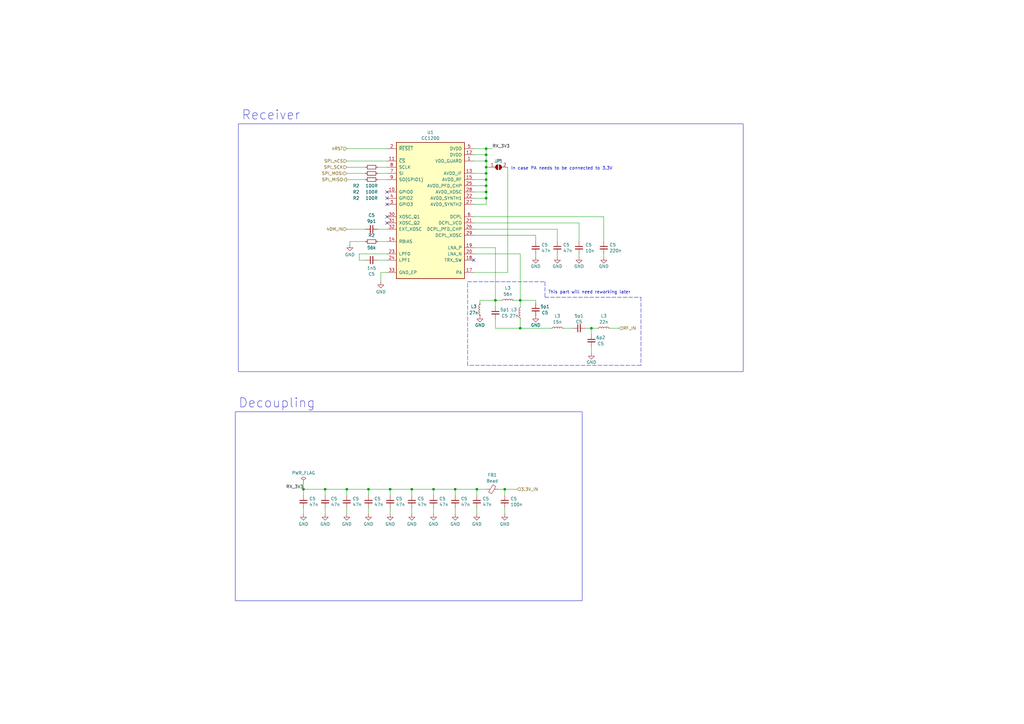
<source format=kicad_sch>
(kicad_sch (version 20230121) (generator eeschema)

  (uuid c8ebebe3-0ee8-45c4-9d52-7cf6178d0783)

  (paper "A3")

  (title_block
    (title "M17 Remote Radio Unit - RF board")
    (date "15-10-2023")
    (rev "A")
    (company "M17 Project")
    (comment 1 "Wojciech Kaczmarski, SP5WWP")
  )

  (lib_symbols
    (symbol "Device:C_Small" (pin_numbers hide) (pin_names (offset 0.254) hide) (in_bom yes) (on_board yes)
      (property "Reference" "C" (at 0.254 1.778 0)
        (effects (font (size 1.27 1.27)) (justify left))
      )
      (property "Value" "C_Small" (at 0.254 -2.032 0)
        (effects (font (size 1.27 1.27)) (justify left))
      )
      (property "Footprint" "" (at 0 0 0)
        (effects (font (size 1.27 1.27)) hide)
      )
      (property "Datasheet" "~" (at 0 0 0)
        (effects (font (size 1.27 1.27)) hide)
      )
      (property "ki_keywords" "capacitor cap" (at 0 0 0)
        (effects (font (size 1.27 1.27)) hide)
      )
      (property "ki_description" "Unpolarized capacitor, small symbol" (at 0 0 0)
        (effects (font (size 1.27 1.27)) hide)
      )
      (property "ki_fp_filters" "C_*" (at 0 0 0)
        (effects (font (size 1.27 1.27)) hide)
      )
      (symbol "C_Small_0_1"
        (polyline
          (pts
            (xy -1.524 -0.508)
            (xy 1.524 -0.508)
          )
          (stroke (width 0.3302) (type default))
          (fill (type none))
        )
        (polyline
          (pts
            (xy -1.524 0.508)
            (xy 1.524 0.508)
          )
          (stroke (width 0.3048) (type default))
          (fill (type none))
        )
      )
      (symbol "C_Small_1_1"
        (pin passive line (at 0 2.54 270) (length 2.032)
          (name "~" (effects (font (size 1.27 1.27))))
          (number "1" (effects (font (size 1.27 1.27))))
        )
        (pin passive line (at 0 -2.54 90) (length 2.032)
          (name "~" (effects (font (size 1.27 1.27))))
          (number "2" (effects (font (size 1.27 1.27))))
        )
      )
    )
    (symbol "Device:FerriteBead_Small" (pin_numbers hide) (pin_names (offset 0)) (in_bom yes) (on_board yes)
      (property "Reference" "FB" (at 1.905 1.27 0)
        (effects (font (size 1.27 1.27)) (justify left))
      )
      (property "Value" "FerriteBead_Small" (at 1.905 -1.27 0)
        (effects (font (size 1.27 1.27)) (justify left))
      )
      (property "Footprint" "" (at -1.778 0 90)
        (effects (font (size 1.27 1.27)) hide)
      )
      (property "Datasheet" "~" (at 0 0 0)
        (effects (font (size 1.27 1.27)) hide)
      )
      (property "ki_keywords" "L ferrite bead inductor filter" (at 0 0 0)
        (effects (font (size 1.27 1.27)) hide)
      )
      (property "ki_description" "Ferrite bead, small symbol" (at 0 0 0)
        (effects (font (size 1.27 1.27)) hide)
      )
      (property "ki_fp_filters" "Inductor_* L_* *Ferrite*" (at 0 0 0)
        (effects (font (size 1.27 1.27)) hide)
      )
      (symbol "FerriteBead_Small_0_1"
        (polyline
          (pts
            (xy 0 -1.27)
            (xy 0 -0.7874)
          )
          (stroke (width 0) (type default))
          (fill (type none))
        )
        (polyline
          (pts
            (xy 0 0.889)
            (xy 0 1.2954)
          )
          (stroke (width 0) (type default))
          (fill (type none))
        )
        (polyline
          (pts
            (xy -1.8288 0.2794)
            (xy -1.1176 1.4986)
            (xy 1.8288 -0.2032)
            (xy 1.1176 -1.4224)
            (xy -1.8288 0.2794)
          )
          (stroke (width 0) (type default))
          (fill (type none))
        )
      )
      (symbol "FerriteBead_Small_1_1"
        (pin passive line (at 0 2.54 270) (length 1.27)
          (name "~" (effects (font (size 1.27 1.27))))
          (number "1" (effects (font (size 1.27 1.27))))
        )
        (pin passive line (at 0 -2.54 90) (length 1.27)
          (name "~" (effects (font (size 1.27 1.27))))
          (number "2" (effects (font (size 1.27 1.27))))
        )
      )
    )
    (symbol "Device:L_Small" (pin_numbers hide) (pin_names (offset 0.254) hide) (in_bom yes) (on_board yes)
      (property "Reference" "L" (at 0.762 1.016 0)
        (effects (font (size 1.27 1.27)) (justify left))
      )
      (property "Value" "L_Small" (at 0.762 -1.016 0)
        (effects (font (size 1.27 1.27)) (justify left))
      )
      (property "Footprint" "" (at 0 0 0)
        (effects (font (size 1.27 1.27)) hide)
      )
      (property "Datasheet" "~" (at 0 0 0)
        (effects (font (size 1.27 1.27)) hide)
      )
      (property "ki_keywords" "inductor choke coil reactor magnetic" (at 0 0 0)
        (effects (font (size 1.27 1.27)) hide)
      )
      (property "ki_description" "Inductor, small symbol" (at 0 0 0)
        (effects (font (size 1.27 1.27)) hide)
      )
      (property "ki_fp_filters" "Choke_* *Coil* Inductor_* L_*" (at 0 0 0)
        (effects (font (size 1.27 1.27)) hide)
      )
      (symbol "L_Small_0_1"
        (arc (start 0 -2.032) (mid 0.5058 -1.524) (end 0 -1.016)
          (stroke (width 0) (type default))
          (fill (type none))
        )
        (arc (start 0 -1.016) (mid 0.5058 -0.508) (end 0 0)
          (stroke (width 0) (type default))
          (fill (type none))
        )
        (arc (start 0 0) (mid 0.5058 0.508) (end 0 1.016)
          (stroke (width 0) (type default))
          (fill (type none))
        )
        (arc (start 0 1.016) (mid 0.5058 1.524) (end 0 2.032)
          (stroke (width 0) (type default))
          (fill (type none))
        )
      )
      (symbol "L_Small_1_1"
        (pin passive line (at 0 2.54 270) (length 0.508)
          (name "~" (effects (font (size 1.27 1.27))))
          (number "1" (effects (font (size 1.27 1.27))))
        )
        (pin passive line (at 0 -2.54 90) (length 0.508)
          (name "~" (effects (font (size 1.27 1.27))))
          (number "2" (effects (font (size 1.27 1.27))))
        )
      )
    )
    (symbol "Device:R_Small" (pin_numbers hide) (pin_names (offset 0.254) hide) (in_bom yes) (on_board yes)
      (property "Reference" "R" (at 0.762 0.508 0)
        (effects (font (size 1.27 1.27)) (justify left))
      )
      (property "Value" "R_Small" (at 0.762 -1.016 0)
        (effects (font (size 1.27 1.27)) (justify left))
      )
      (property "Footprint" "" (at 0 0 0)
        (effects (font (size 1.27 1.27)) hide)
      )
      (property "Datasheet" "~" (at 0 0 0)
        (effects (font (size 1.27 1.27)) hide)
      )
      (property "ki_keywords" "R resistor" (at 0 0 0)
        (effects (font (size 1.27 1.27)) hide)
      )
      (property "ki_description" "Resistor, small symbol" (at 0 0 0)
        (effects (font (size 1.27 1.27)) hide)
      )
      (property "ki_fp_filters" "R_*" (at 0 0 0)
        (effects (font (size 1.27 1.27)) hide)
      )
      (symbol "R_Small_0_1"
        (rectangle (start -0.762 1.778) (end 0.762 -1.778)
          (stroke (width 0.2032) (type default))
          (fill (type none))
        )
      )
      (symbol "R_Small_1_1"
        (pin passive line (at 0 2.54 270) (length 0.762)
          (name "~" (effects (font (size 1.27 1.27))))
          (number "1" (effects (font (size 1.27 1.27))))
        )
        (pin passive line (at 0 -2.54 90) (length 0.762)
          (name "~" (effects (font (size 1.27 1.27))))
          (number "2" (effects (font (size 1.27 1.27))))
        )
      )
    )
    (symbol "Jumper:SolderJumper_2_Open" (pin_names (offset 0) hide) (in_bom yes) (on_board yes)
      (property "Reference" "JP" (at 0 2.032 0)
        (effects (font (size 1.27 1.27)))
      )
      (property "Value" "SolderJumper_2_Open" (at 0 -2.54 0)
        (effects (font (size 1.27 1.27)))
      )
      (property "Footprint" "" (at 0 0 0)
        (effects (font (size 1.27 1.27)) hide)
      )
      (property "Datasheet" "~" (at 0 0 0)
        (effects (font (size 1.27 1.27)) hide)
      )
      (property "ki_keywords" "solder jumper SPST" (at 0 0 0)
        (effects (font (size 1.27 1.27)) hide)
      )
      (property "ki_description" "Solder Jumper, 2-pole, open" (at 0 0 0)
        (effects (font (size 1.27 1.27)) hide)
      )
      (property "ki_fp_filters" "SolderJumper*Open*" (at 0 0 0)
        (effects (font (size 1.27 1.27)) hide)
      )
      (symbol "SolderJumper_2_Open_0_1"
        (arc (start -0.254 1.016) (mid -1.2656 0) (end -0.254 -1.016)
          (stroke (width 0) (type default))
          (fill (type none))
        )
        (arc (start -0.254 1.016) (mid -1.2656 0) (end -0.254 -1.016)
          (stroke (width 0) (type default))
          (fill (type outline))
        )
        (polyline
          (pts
            (xy -0.254 1.016)
            (xy -0.254 -1.016)
          )
          (stroke (width 0) (type default))
          (fill (type none))
        )
        (polyline
          (pts
            (xy 0.254 1.016)
            (xy 0.254 -1.016)
          )
          (stroke (width 0) (type default))
          (fill (type none))
        )
        (arc (start 0.254 -1.016) (mid 1.2656 0) (end 0.254 1.016)
          (stroke (width 0) (type default))
          (fill (type none))
        )
        (arc (start 0.254 -1.016) (mid 1.2656 0) (end 0.254 1.016)
          (stroke (width 0) (type default))
          (fill (type outline))
        )
      )
      (symbol "SolderJumper_2_Open_1_1"
        (pin passive line (at -3.81 0 0) (length 2.54)
          (name "A" (effects (font (size 1.27 1.27))))
          (number "1" (effects (font (size 1.27 1.27))))
        )
        (pin passive line (at 3.81 0 180) (length 2.54)
          (name "B" (effects (font (size 1.27 1.27))))
          (number "2" (effects (font (size 1.27 1.27))))
        )
      )
    )
    (symbol "RF:CC1200" (pin_names (offset 1.016)) (in_bom yes) (on_board yes)
      (property "Reference" "U" (at -12.7 29.21 0)
        (effects (font (size 1.27 1.27)))
      )
      (property "Value" "CC1200" (at -10.16 -29.21 0)
        (effects (font (size 1.27 1.27)))
      )
      (property "Footprint" "Package_DFN_QFN:QFN-32-1EP_5x5mm_P0.5mm_EP3.45x3.45mm" (at 15.24 29.21 0)
        (effects (font (size 1.27 1.27)) hide)
      )
      (property "Datasheet" "http://www.ti.com/lit/ds/symlink/cc1200.pdf" (at -12.7 29.21 0)
        (effects (font (size 1.27 1.27)) hide)
      )
      (property "ki_keywords" "RF Tx Rx" (at 0 0 0)
        (effects (font (size 1.27 1.27)) hide)
      )
      (property "ki_description" "Low-Power, High-Performance RF Transceiver, QFN-32" (at 0 0 0)
        (effects (font (size 1.27 1.27)) hide)
      )
      (property "ki_fp_filters" "QFN*5x5mm*P0.5mm*" (at 0 0 0)
        (effects (font (size 1.27 1.27)) hide)
      )
      (symbol "CC1200_0_1"
        (rectangle (start -13.97 27.94) (end 13.97 -27.94)
          (stroke (width 0.254) (type default))
          (fill (type background))
        )
      )
      (symbol "CC1200_1_1"
        (pin power_in line (at 17.78 20.32 180) (length 3.81)
          (name "VDD_GUARD" (effects (font (size 1.27 1.27))))
          (number "1" (effects (font (size 1.27 1.27))))
        )
        (pin bidirectional line (at -17.78 7.62 0) (length 3.81)
          (name "GPIO0" (effects (font (size 1.27 1.27))))
          (number "10" (effects (font (size 1.27 1.27))))
        )
        (pin input line (at -17.78 20.32 0) (length 3.81)
          (name "~{CS}" (effects (font (size 1.27 1.27))))
          (number "11" (effects (font (size 1.27 1.27))))
        )
        (pin power_in line (at 17.78 22.86 180) (length 3.81)
          (name "DVDD" (effects (font (size 1.27 1.27))))
          (number "12" (effects (font (size 1.27 1.27))))
        )
        (pin power_in line (at 17.78 15.24 180) (length 3.81)
          (name "AVDD_IF" (effects (font (size 1.27 1.27))))
          (number "13" (effects (font (size 1.27 1.27))))
        )
        (pin passive line (at -17.78 -12.7 0) (length 3.81)
          (name "RBIAS" (effects (font (size 1.27 1.27))))
          (number "14" (effects (font (size 1.27 1.27))))
        )
        (pin power_in line (at 17.78 12.7 180) (length 3.81)
          (name "AVDD_RF" (effects (font (size 1.27 1.27))))
          (number "15" (effects (font (size 1.27 1.27))))
        )
        (pin passive line (at 17.78 -25.4 180) (length 3.81)
          (name "PA" (effects (font (size 1.27 1.27))))
          (number "17" (effects (font (size 1.27 1.27))))
        )
        (pin passive line (at 17.78 -20.32 180) (length 3.81)
          (name "TRX_SW" (effects (font (size 1.27 1.27))))
          (number "18" (effects (font (size 1.27 1.27))))
        )
        (pin passive line (at 17.78 -15.24 180) (length 3.81)
          (name "LNA_P" (effects (font (size 1.27 1.27))))
          (number "19" (effects (font (size 1.27 1.27))))
        )
        (pin input line (at -17.78 25.4 0) (length 3.81)
          (name "~{RESET}" (effects (font (size 1.27 1.27))))
          (number "2" (effects (font (size 1.27 1.27))))
        )
        (pin passive line (at 17.78 -17.78 180) (length 3.81)
          (name "LNA_N" (effects (font (size 1.27 1.27))))
          (number "20" (effects (font (size 1.27 1.27))))
        )
        (pin power_out line (at 17.78 -5.08 180) (length 3.81)
          (name "DCPL_VCO" (effects (font (size 1.27 1.27))))
          (number "21" (effects (font (size 1.27 1.27))))
        )
        (pin power_in line (at 17.78 5.08 180) (length 3.81)
          (name "AVDD_SYNTH1" (effects (font (size 1.27 1.27))))
          (number "22" (effects (font (size 1.27 1.27))))
        )
        (pin passive line (at -17.78 -17.78 0) (length 3.81)
          (name "LPF0" (effects (font (size 1.27 1.27))))
          (number "23" (effects (font (size 1.27 1.27))))
        )
        (pin passive line (at -17.78 -20.32 0) (length 3.81)
          (name "LPF1" (effects (font (size 1.27 1.27))))
          (number "24" (effects (font (size 1.27 1.27))))
        )
        (pin power_in line (at 17.78 10.16 180) (length 3.81)
          (name "AVDD_PFD_CHP" (effects (font (size 1.27 1.27))))
          (number "25" (effects (font (size 1.27 1.27))))
        )
        (pin power_out line (at 17.78 -7.62 180) (length 3.81)
          (name "DCPL_PFD_CHP" (effects (font (size 1.27 1.27))))
          (number "26" (effects (font (size 1.27 1.27))))
        )
        (pin power_in line (at 17.78 2.54 180) (length 3.81)
          (name "AVDD_SYNTH2" (effects (font (size 1.27 1.27))))
          (number "27" (effects (font (size 1.27 1.27))))
        )
        (pin power_in line (at 17.78 7.62 180) (length 3.81)
          (name "AVDD_XOSC" (effects (font (size 1.27 1.27))))
          (number "28" (effects (font (size 1.27 1.27))))
        )
        (pin power_out line (at 17.78 -10.16 180) (length 3.81)
          (name "DCPL_XOSC" (effects (font (size 1.27 1.27))))
          (number "29" (effects (font (size 1.27 1.27))))
        )
        (pin bidirectional line (at -17.78 2.54 0) (length 3.81)
          (name "GPIO3" (effects (font (size 1.27 1.27))))
          (number "3" (effects (font (size 1.27 1.27))))
        )
        (pin passive line (at -17.78 -2.54 0) (length 3.81)
          (name "XOSC_Q1" (effects (font (size 1.27 1.27))))
          (number "30" (effects (font (size 1.27 1.27))))
        )
        (pin passive line (at -17.78 -5.08 0) (length 3.81)
          (name "XOSC_Q2" (effects (font (size 1.27 1.27))))
          (number "31" (effects (font (size 1.27 1.27))))
        )
        (pin input line (at -17.78 -7.62 0) (length 3.81)
          (name "EXT_XOSC" (effects (font (size 1.27 1.27))))
          (number "32" (effects (font (size 1.27 1.27))))
        )
        (pin power_in line (at -17.78 -25.4 0) (length 3.81)
          (name "GND_EP" (effects (font (size 1.27 1.27))))
          (number "33" (effects (font (size 1.27 1.27))))
        )
        (pin bidirectional line (at -17.78 5.08 0) (length 3.81)
          (name "GPIO2" (effects (font (size 1.27 1.27))))
          (number "4" (effects (font (size 1.27 1.27))))
        )
        (pin power_in line (at 17.78 25.4 180) (length 3.81)
          (name "DVDD" (effects (font (size 1.27 1.27))))
          (number "5" (effects (font (size 1.27 1.27))))
        )
        (pin power_out line (at 17.78 -2.54 180) (length 3.81)
          (name "DCPL" (effects (font (size 1.27 1.27))))
          (number "6" (effects (font (size 1.27 1.27))))
        )
        (pin input line (at -17.78 15.24 0) (length 3.81)
          (name "SI" (effects (font (size 1.27 1.27))))
          (number "7" (effects (font (size 1.27 1.27))))
        )
        (pin input line (at -17.78 17.78 0) (length 3.81)
          (name "SCLK" (effects (font (size 1.27 1.27))))
          (number "8" (effects (font (size 1.27 1.27))))
        )
        (pin bidirectional line (at -17.78 12.7 0) (length 3.81)
          (name "SO(GPIO1)" (effects (font (size 1.27 1.27))))
          (number "9" (effects (font (size 1.27 1.27))))
        )
      )
    )
    (symbol "power:GND" (power) (pin_names (offset 0)) (in_bom yes) (on_board yes)
      (property "Reference" "#PWR" (at 0 -6.35 0)
        (effects (font (size 1.27 1.27)) hide)
      )
      (property "Value" "GND" (at 0 -3.81 0)
        (effects (font (size 1.27 1.27)))
      )
      (property "Footprint" "" (at 0 0 0)
        (effects (font (size 1.27 1.27)) hide)
      )
      (property "Datasheet" "" (at 0 0 0)
        (effects (font (size 1.27 1.27)) hide)
      )
      (property "ki_keywords" "global power" (at 0 0 0)
        (effects (font (size 1.27 1.27)) hide)
      )
      (property "ki_description" "Power symbol creates a global label with name \"GND\" , ground" (at 0 0 0)
        (effects (font (size 1.27 1.27)) hide)
      )
      (symbol "GND_0_1"
        (polyline
          (pts
            (xy 0 0)
            (xy 0 -1.27)
            (xy 1.27 -1.27)
            (xy 0 -2.54)
            (xy -1.27 -1.27)
            (xy 0 -1.27)
          )
          (stroke (width 0) (type default))
          (fill (type none))
        )
      )
      (symbol "GND_1_1"
        (pin power_in line (at 0 0 270) (length 0) hide
          (name "GND" (effects (font (size 1.27 1.27))))
          (number "1" (effects (font (size 1.27 1.27))))
        )
      )
    )
    (symbol "power:PWR_FLAG" (power) (pin_numbers hide) (pin_names (offset 0) hide) (in_bom yes) (on_board yes)
      (property "Reference" "#FLG" (at 0 1.905 0)
        (effects (font (size 1.27 1.27)) hide)
      )
      (property "Value" "PWR_FLAG" (at 0 3.81 0)
        (effects (font (size 1.27 1.27)))
      )
      (property "Footprint" "" (at 0 0 0)
        (effects (font (size 1.27 1.27)) hide)
      )
      (property "Datasheet" "~" (at 0 0 0)
        (effects (font (size 1.27 1.27)) hide)
      )
      (property "ki_keywords" "flag power" (at 0 0 0)
        (effects (font (size 1.27 1.27)) hide)
      )
      (property "ki_description" "Special symbol for telling ERC where power comes from" (at 0 0 0)
        (effects (font (size 1.27 1.27)) hide)
      )
      (symbol "PWR_FLAG_0_0"
        (pin power_out line (at 0 0 90) (length 0)
          (name "pwr" (effects (font (size 1.27 1.27))))
          (number "1" (effects (font (size 1.27 1.27))))
        )
      )
      (symbol "PWR_FLAG_0_1"
        (polyline
          (pts
            (xy 0 0)
            (xy 0 1.27)
            (xy -1.016 1.905)
            (xy 0 2.54)
            (xy 1.016 1.905)
            (xy 0 1.27)
          )
          (stroke (width 0) (type default))
          (fill (type none))
        )
      )
    )
  )

  (junction (at 124.46 200.66) (diameter 0) (color 0 0 0 0)
    (uuid 0a4d3ab9-dab0-493e-840f-af7e91c8a773)
  )
  (junction (at 213.36 123.19) (diameter 0) (color 0 0 0 0)
    (uuid 1589c604-51fe-45ba-8dd9-e9e5e780c624)
  )
  (junction (at 133.35 200.66) (diameter 0) (color 0 0 0 0)
    (uuid 1b691dee-e44f-4c49-b724-b9094b8fabd5)
  )
  (junction (at 199.39 73.66) (diameter 0) (color 0 0 0 0)
    (uuid 1ffe53b0-4ed1-4e9b-a8bf-2477424ee371)
  )
  (junction (at 242.57 134.62) (diameter 0) (color 0 0 0 0)
    (uuid 21e238ed-1342-4b04-89ee-ec65a07a9631)
  )
  (junction (at 186.69 200.66) (diameter 0) (color 0 0 0 0)
    (uuid 36767b87-bfe9-46be-80f6-84c701cf1521)
  )
  (junction (at 199.39 78.74) (diameter 0) (color 0 0 0 0)
    (uuid 426ad6dc-bb56-489b-bb01-dbe640a9e061)
  )
  (junction (at 203.2 123.19) (diameter 0) (color 0 0 0 0)
    (uuid 53ad9246-d9b5-4833-bdd4-5e432b3d922e)
  )
  (junction (at 199.39 66.04) (diameter 0) (color 0 0 0 0)
    (uuid 5b494deb-9a38-4b8e-8a13-af417b48b1a9)
  )
  (junction (at 213.36 134.62) (diameter 0) (color 0 0 0 0)
    (uuid 5c8e565e-79f5-484c-a0d9-93b47d1fb1db)
  )
  (junction (at 199.39 63.5) (diameter 0) (color 0 0 0 0)
    (uuid 688ea692-727e-42ac-bc5e-e9c5b6a65d29)
  )
  (junction (at 207.01 200.66) (diameter 0) (color 0 0 0 0)
    (uuid 6893a431-e36d-43b9-91a9-fe263499aee7)
  )
  (junction (at 160.02 200.66) (diameter 0) (color 0 0 0 0)
    (uuid 68e6b651-758a-45e5-84a5-7ebb30b2ee71)
  )
  (junction (at 168.91 200.66) (diameter 0) (color 0 0 0 0)
    (uuid 6bf11360-96c7-42c6-9281-8677da172674)
  )
  (junction (at 199.39 71.12) (diameter 0) (color 0 0 0 0)
    (uuid 7e781e98-d3a7-4128-9f66-c3c88bf5e495)
  )
  (junction (at 177.8 200.66) (diameter 0) (color 0 0 0 0)
    (uuid 9b57ee30-5361-4f43-8283-6bf6ed19f242)
  )
  (junction (at 151.13 200.66) (diameter 0) (color 0 0 0 0)
    (uuid aef85a34-a285-4fdf-986d-87f4d0b4580d)
  )
  (junction (at 199.39 60.96) (diameter 0) (color 0 0 0 0)
    (uuid b2db0eaf-89f5-4405-a237-68af79c916e1)
  )
  (junction (at 199.39 81.28) (diameter 0) (color 0 0 0 0)
    (uuid bc35e124-b501-4fc2-8251-09231234b321)
  )
  (junction (at 199.39 76.2) (diameter 0) (color 0 0 0 0)
    (uuid c2eb36a0-f4fb-4652-86c3-08320fdca66f)
  )
  (junction (at 195.58 200.66) (diameter 0) (color 0 0 0 0)
    (uuid d06a976d-d3aa-4c61-88aa-6d68b34a1b1b)
  )
  (junction (at 142.24 200.66) (diameter 0) (color 0 0 0 0)
    (uuid f3a63bde-4bbb-49f8-9a94-ee1931295d99)
  )
  (junction (at 199.39 68.58) (diameter 0) (color 0 0 0 0)
    (uuid fde2937f-8ec5-4204-b070-6027661982d4)
  )

  (no_connect (at 158.75 81.28) (uuid 11caa0cc-f0ee-42ed-9838-6911fea9f9e6))
  (no_connect (at 158.75 88.9) (uuid 330a709f-5860-48fb-8c13-a56fb23533c4))
  (no_connect (at 194.31 106.68) (uuid 7e7769e5-800f-447a-98aa-c5f9ba817b14))
  (no_connect (at 158.75 78.74) (uuid d1e8c4e5-0f9a-451b-a4c0-2b0960a7951d))
  (no_connect (at 158.75 91.44) (uuid de5ab1bb-f6ef-4f6a-adb8-284d7fee0af2))
  (no_connect (at 158.75 83.82) (uuid f67d8a0f-cffc-4f33-9d2f-94ef017fef76))

  (wire (pts (xy 133.35 200.66) (xy 133.35 203.2))
    (stroke (width 0) (type default))
    (uuid 00157679-d7eb-42ad-8f2a-2354e3ef7795)
  )
  (wire (pts (xy 204.47 200.66) (xy 207.01 200.66))
    (stroke (width 0) (type default))
    (uuid 003e2856-0fdb-4ffb-9206-bbdea3849ad0)
  )
  (wire (pts (xy 203.2 134.62) (xy 203.2 130.81))
    (stroke (width 0) (type default))
    (uuid 017df0f5-d0f1-45e5-8d71-f0b17485a2ae)
  )
  (wire (pts (xy 194.31 81.28) (xy 199.39 81.28))
    (stroke (width 0) (type default))
    (uuid 02bb1a83-bea4-46ef-8ab2-0874bba39f17)
  )
  (wire (pts (xy 194.31 76.2) (xy 199.39 76.2))
    (stroke (width 0) (type default))
    (uuid 0409b0fe-d9f7-4459-8f6b-017f4f53d4c5)
  )
  (wire (pts (xy 199.39 83.82) (xy 199.39 81.28))
    (stroke (width 0) (type default))
    (uuid 045434d4-9c0c-4457-a6cb-9c4f41fdcbbb)
  )
  (wire (pts (xy 177.8 210.82) (xy 177.8 208.28))
    (stroke (width 0) (type default))
    (uuid 0779158a-f1c6-4ebf-9277-a50f9ed38027)
  )
  (wire (pts (xy 240.03 134.62) (xy 242.57 134.62))
    (stroke (width 0) (type default))
    (uuid 079fdddf-4a82-40af-81be-2ce7f270add6)
  )
  (wire (pts (xy 213.36 130.81) (xy 213.36 134.62))
    (stroke (width 0) (type default))
    (uuid 09c9abca-a34c-4bee-90fe-60f033634ab7)
  )
  (wire (pts (xy 160.02 200.66) (xy 160.02 203.2))
    (stroke (width 0) (type default))
    (uuid 0a80d4ca-6862-4eb7-b90e-e5463fb6a387)
  )
  (wire (pts (xy 196.85 123.19) (xy 203.2 123.19))
    (stroke (width 0) (type default))
    (uuid 0b525f8d-6108-4f03-8fc0-c7ab38834303)
  )
  (wire (pts (xy 151.13 210.82) (xy 151.13 208.28))
    (stroke (width 0) (type default))
    (uuid 0bca4a6c-b4f8-48e3-9e75-a2e394188c57)
  )
  (wire (pts (xy 186.69 200.66) (xy 195.58 200.66))
    (stroke (width 0) (type default))
    (uuid 0d1879d5-3b92-4827-b0d4-e84a1719d622)
  )
  (wire (pts (xy 154.94 73.66) (xy 158.75 73.66))
    (stroke (width 0) (type default))
    (uuid 1025eaa9-5dcb-4908-b60a-271ce4509497)
  )
  (wire (pts (xy 194.31 91.44) (xy 237.49 91.44))
    (stroke (width 0) (type default))
    (uuid 13cbdb84-3ed0-468d-962f-80eae4ffd8b3)
  )
  (wire (pts (xy 133.35 200.66) (xy 124.46 200.66))
    (stroke (width 0) (type default))
    (uuid 143b3f6e-d53c-47b2-8c08-902c9c5c9984)
  )
  (wire (pts (xy 160.02 200.66) (xy 151.13 200.66))
    (stroke (width 0) (type default))
    (uuid 16014fb2-4483-42c9-bdb8-53a13cbb4c6c)
  )
  (wire (pts (xy 177.8 200.66) (xy 177.8 203.2))
    (stroke (width 0) (type default))
    (uuid 1976514d-c71b-4b5c-a080-6c87e0e7d48a)
  )
  (wire (pts (xy 142.24 210.82) (xy 142.24 208.28))
    (stroke (width 0) (type default))
    (uuid 19b3f873-d135-459a-b575-4184288ef697)
  )
  (wire (pts (xy 195.58 210.82) (xy 195.58 208.28))
    (stroke (width 0) (type default))
    (uuid 1c01a08b-9dee-4f5d-99e7-b6353728a8a9)
  )
  (wire (pts (xy 242.57 134.62) (xy 242.57 137.16))
    (stroke (width 0) (type default))
    (uuid 1d2cab6b-fb58-4690-b002-0eb306ef564f)
  )
  (polyline (pts (xy 223.52 115.57) (xy 223.52 121.92))
    (stroke (width 0) (type dash))
    (uuid 1f776805-8224-4a71-a773-5f58a9dab1ef)
  )

  (wire (pts (xy 219.71 105.41) (xy 219.71 104.14))
    (stroke (width 0) (type default))
    (uuid 22ad692e-7adc-4142-98f1-f6aaea57ef02)
  )
  (wire (pts (xy 142.24 93.98) (xy 149.86 93.98))
    (stroke (width 0) (type default))
    (uuid 239ac798-ac82-4f6b-9e22-e254c33b516a)
  )
  (wire (pts (xy 142.24 73.66) (xy 149.86 73.66))
    (stroke (width 0) (type default))
    (uuid 27d6ba35-29b8-470f-9219-4f24a62ae0ca)
  )
  (wire (pts (xy 124.46 198.12) (xy 124.46 200.66))
    (stroke (width 0) (type default))
    (uuid 2b8a2e2e-285b-4034-8705-0816277c4047)
  )
  (wire (pts (xy 147.32 106.68) (xy 149.86 106.68))
    (stroke (width 0) (type default))
    (uuid 2eb53a16-fea5-4f96-b070-b88c2faeb15a)
  )
  (wire (pts (xy 151.13 200.66) (xy 142.24 200.66))
    (stroke (width 0) (type default))
    (uuid 2ef01b31-7b66-467c-b231-2fa7e5e643db)
  )
  (wire (pts (xy 186.69 203.2) (xy 186.69 200.66))
    (stroke (width 0) (type default))
    (uuid 2f5524bd-4af4-4fd3-9bbf-717bcdf18839)
  )
  (wire (pts (xy 142.24 60.96) (xy 158.75 60.96))
    (stroke (width 0) (type default))
    (uuid 32954b6e-3f2f-4dd5-8445-89d8fa5a58d7)
  )
  (wire (pts (xy 199.39 81.28) (xy 199.39 78.74))
    (stroke (width 0) (type default))
    (uuid 33ef5099-7f19-4b18-89d4-4b5eee6201e6)
  )
  (wire (pts (xy 237.49 105.41) (xy 237.49 104.14))
    (stroke (width 0) (type default))
    (uuid 3462ca25-4b52-4da6-9829-e523381731a6)
  )
  (polyline (pts (xy 191.77 115.57) (xy 223.52 115.57))
    (stroke (width 0) (type dash))
    (uuid 349c8573-9372-45f3-8730-08620b303943)
  )

  (wire (pts (xy 213.36 123.19) (xy 210.82 123.19))
    (stroke (width 0) (type default))
    (uuid 36be9839-c5a4-45e0-b867-3b79d855a527)
  )
  (wire (pts (xy 160.02 210.82) (xy 160.02 208.28))
    (stroke (width 0) (type default))
    (uuid 37ea448a-de77-4738-890f-9d582e6d7f12)
  )
  (wire (pts (xy 194.31 96.52) (xy 219.71 96.52))
    (stroke (width 0) (type default))
    (uuid 3b9ea609-ed15-4b67-998c-090fccfd5e84)
  )
  (wire (pts (xy 195.58 200.66) (xy 195.58 203.2))
    (stroke (width 0) (type default))
    (uuid 40c42563-3442-42f2-8a78-674e1d052bef)
  )
  (wire (pts (xy 194.31 63.5) (xy 199.39 63.5))
    (stroke (width 0) (type default))
    (uuid 414b6076-119e-4f0d-bf9d-841b1dc9a3b1)
  )
  (wire (pts (xy 199.39 73.66) (xy 199.39 71.12))
    (stroke (width 0) (type default))
    (uuid 4672571f-b95b-4462-92cf-32d5aa3b24e9)
  )
  (wire (pts (xy 142.24 66.04) (xy 158.75 66.04))
    (stroke (width 0) (type default))
    (uuid 46f2ed83-bc73-4403-8e74-1adb36ea5f5e)
  )
  (wire (pts (xy 186.69 200.66) (xy 177.8 200.66))
    (stroke (width 0) (type default))
    (uuid 478f44f7-8799-4da8-8472-00f51d3ea7d3)
  )
  (wire (pts (xy 208.28 68.58) (xy 208.28 111.76))
    (stroke (width 0) (type default))
    (uuid 47bebe9c-3c8d-4072-83ae-9751bed0189c)
  )
  (wire (pts (xy 151.13 200.66) (xy 151.13 203.2))
    (stroke (width 0) (type default))
    (uuid 49e7d3e8-bde9-40df-891d-315a04503fcf)
  )
  (wire (pts (xy 143.51 99.06) (xy 143.51 100.33))
    (stroke (width 0) (type default))
    (uuid 4e2cc68e-ba50-43f3-95e0-92143fc3b934)
  )
  (wire (pts (xy 142.24 68.58) (xy 149.86 68.58))
    (stroke (width 0) (type default))
    (uuid 4fdbd2a9-5272-4ae8-a58c-6e332d895cf1)
  )
  (wire (pts (xy 242.57 134.62) (xy 245.11 134.62))
    (stroke (width 0) (type default))
    (uuid 52e0476c-beca-4011-aab7-da8e281e2e21)
  )
  (wire (pts (xy 213.36 134.62) (xy 226.06 134.62))
    (stroke (width 0) (type default))
    (uuid 546e22c7-08cf-44d0-ae32-22e6fd5e61d0)
  )
  (wire (pts (xy 147.32 106.68) (xy 147.32 104.14))
    (stroke (width 0) (type default))
    (uuid 55aa1fe1-8cc6-4b1d-b163-e431602bf21b)
  )
  (polyline (pts (xy 191.77 149.86) (xy 191.77 115.57))
    (stroke (width 0) (type dash))
    (uuid 587df9c3-e6d0-4b07-bbdf-7d894d2993fb)
  )

  (wire (pts (xy 154.94 68.58) (xy 158.75 68.58))
    (stroke (width 0) (type default))
    (uuid 5b37c268-2d4a-4b28-8369-1d124070f921)
  )
  (wire (pts (xy 203.2 123.19) (xy 203.2 125.73))
    (stroke (width 0) (type default))
    (uuid 5c07f199-3581-4381-a5e0-8ebdc94007d8)
  )
  (wire (pts (xy 247.65 105.41) (xy 247.65 104.14))
    (stroke (width 0) (type default))
    (uuid 5f430df6-8c6e-4b03-b80b-d8f9b0acaec2)
  )
  (wire (pts (xy 168.91 210.82) (xy 168.91 208.28))
    (stroke (width 0) (type default))
    (uuid 7df923b2-f65a-410d-a525-74ecb606b45e)
  )
  (wire (pts (xy 213.36 134.62) (xy 203.2 134.62))
    (stroke (width 0) (type default))
    (uuid 7f3d8a1f-5be2-4b2b-9abe-da1c62a241a8)
  )
  (wire (pts (xy 149.86 99.06) (xy 143.51 99.06))
    (stroke (width 0) (type default))
    (uuid 7fd1f25d-00c6-4826-b3e9-2b289a363a35)
  )
  (wire (pts (xy 203.2 123.19) (xy 205.74 123.19))
    (stroke (width 0) (type default))
    (uuid 86b15750-2ee0-46a1-9b83-1a2aee1c344c)
  )
  (wire (pts (xy 199.39 60.96) (xy 199.39 63.5))
    (stroke (width 0) (type default))
    (uuid 8e5f40a0-57e1-4672-a501-359ef8edb8e5)
  )
  (wire (pts (xy 133.35 210.82) (xy 133.35 208.28))
    (stroke (width 0) (type default))
    (uuid 8fdcfb7e-fca2-411c-9bf1-8a3401916810)
  )
  (wire (pts (xy 147.32 104.14) (xy 158.75 104.14))
    (stroke (width 0) (type default))
    (uuid 91ffca56-32f2-4f0d-9e24-cfd261439331)
  )
  (wire (pts (xy 199.39 200.66) (xy 195.58 200.66))
    (stroke (width 0) (type default))
    (uuid 9439b4cf-61ad-4d0c-a419-53441901a76f)
  )
  (wire (pts (xy 186.69 210.82) (xy 186.69 208.28))
    (stroke (width 0) (type default))
    (uuid 954b5275-f57d-4ea2-b334-1679e35fc38e)
  )
  (wire (pts (xy 228.6 105.41) (xy 228.6 104.14))
    (stroke (width 0) (type default))
    (uuid 96cf3444-6cc5-46e1-8a84-64195d5a3cc4)
  )
  (wire (pts (xy 194.31 60.96) (xy 199.39 60.96))
    (stroke (width 0) (type default))
    (uuid 971c8fb4-0841-4429-8e8e-2ef8192e2eb6)
  )
  (wire (pts (xy 194.31 93.98) (xy 228.6 93.98))
    (stroke (width 0) (type default))
    (uuid 9c0082d0-ae7a-4ba7-b8c3-b11fa6a6bdb3)
  )
  (wire (pts (xy 200.66 68.58) (xy 199.39 68.58))
    (stroke (width 0) (type default))
    (uuid a0152800-dd08-4157-9198-9a08fc97a10c)
  )
  (wire (pts (xy 177.8 200.66) (xy 168.91 200.66))
    (stroke (width 0) (type default))
    (uuid a2210bd8-c0cc-4189-879d-c9a4ef5a6441)
  )
  (wire (pts (xy 203.2 101.6) (xy 203.2 123.19))
    (stroke (width 0) (type default))
    (uuid a694d307-e0ff-4183-9123-5147c7b66f5d)
  )
  (wire (pts (xy 142.24 200.66) (xy 133.35 200.66))
    (stroke (width 0) (type default))
    (uuid a813a6ba-1480-4011-a726-2a24eac82b0f)
  )
  (wire (pts (xy 194.31 88.9) (xy 247.65 88.9))
    (stroke (width 0) (type default))
    (uuid a9275483-3a93-440b-bf3f-b0135bf37965)
  )
  (wire (pts (xy 194.31 66.04) (xy 199.39 66.04))
    (stroke (width 0) (type default))
    (uuid aaa5d55e-5c51-4d2c-b929-9d36e9100ac5)
  )
  (wire (pts (xy 199.39 60.96) (xy 201.93 60.96))
    (stroke (width 0) (type default))
    (uuid abf7bf99-30fa-42bd-9652-1e754c8241b9)
  )
  (wire (pts (xy 124.46 210.82) (xy 124.46 208.28))
    (stroke (width 0) (type default))
    (uuid b058382a-b7b2-4d31-a2fa-ed91c715226c)
  )
  (wire (pts (xy 168.91 200.66) (xy 160.02 200.66))
    (stroke (width 0) (type default))
    (uuid b30e9b03-551c-4195-8a7f-ed55ce704b62)
  )
  (wire (pts (xy 194.31 83.82) (xy 199.39 83.82))
    (stroke (width 0) (type default))
    (uuid b5bc8630-d56f-461b-9a7a-026e07ef08d7)
  )
  (wire (pts (xy 154.94 71.12) (xy 158.75 71.12))
    (stroke (width 0) (type default))
    (uuid b77ffc28-d944-479f-8b01-4e4c56cf6388)
  )
  (wire (pts (xy 154.94 106.68) (xy 158.75 106.68))
    (stroke (width 0) (type default))
    (uuid bea6c39a-d1bd-418f-96c5-70bf5eacb43e)
  )
  (polyline (pts (xy 223.52 121.92) (xy 262.89 121.92))
    (stroke (width 0) (type dash))
    (uuid bf2493d3-c654-4b84-a111-1aee3c29a5e3)
  )

  (wire (pts (xy 158.75 111.76) (xy 156.21 111.76))
    (stroke (width 0) (type default))
    (uuid c03ca359-0135-42fa-b59d-ba83f453ae79)
  )
  (wire (pts (xy 142.24 200.66) (xy 142.24 203.2))
    (stroke (width 0) (type default))
    (uuid c0e321c0-ab63-41da-9ee5-262f1487c79c)
  )
  (wire (pts (xy 247.65 88.9) (xy 247.65 99.06))
    (stroke (width 0) (type default))
    (uuid c191819f-20fd-45cf-8161-6aeccc49d441)
  )
  (wire (pts (xy 124.46 200.66) (xy 124.46 203.2))
    (stroke (width 0) (type default))
    (uuid c20a9a8b-53c4-44c7-bd2c-cae3e51edf31)
  )
  (wire (pts (xy 156.21 111.76) (xy 156.21 115.57))
    (stroke (width 0) (type default))
    (uuid c55b72e2-e29d-4fa6-8ff9-be726f86814a)
  )
  (wire (pts (xy 219.71 124.46) (xy 219.71 123.19))
    (stroke (width 0) (type default))
    (uuid c565b478-bec1-401e-83a6-60c139d21432)
  )
  (wire (pts (xy 154.94 93.98) (xy 158.75 93.98))
    (stroke (width 0) (type default))
    (uuid c9a8c49f-17f6-48f5-b9db-0406d2c58945)
  )
  (wire (pts (xy 228.6 93.98) (xy 228.6 99.06))
    (stroke (width 0) (type default))
    (uuid cae0ac9f-fde9-4402-9371-d4904d7c5fe1)
  )
  (wire (pts (xy 199.39 78.74) (xy 199.39 76.2))
    (stroke (width 0) (type default))
    (uuid cc7c1495-b7ae-4dcc-bd6f-d6d2db8c4cbd)
  )
  (wire (pts (xy 237.49 91.44) (xy 237.49 99.06))
    (stroke (width 0) (type default))
    (uuid cdc3f45e-0596-4271-935d-e0ba99915257)
  )
  (polyline (pts (xy 262.89 149.86) (xy 191.77 149.86))
    (stroke (width 0) (type dash))
    (uuid ceb4c8a4-287a-444b-ba4a-4fb02bad52c8)
  )

  (wire (pts (xy 194.31 111.76) (xy 208.28 111.76))
    (stroke (width 0) (type default))
    (uuid cf279d1f-e84a-49c6-9d1c-6ca41d963d62)
  )
  (wire (pts (xy 199.39 68.58) (xy 199.39 66.04))
    (stroke (width 0) (type default))
    (uuid cff6e207-6244-4e51-afed-8ecf74cee3eb)
  )
  (wire (pts (xy 194.31 71.12) (xy 199.39 71.12))
    (stroke (width 0) (type default))
    (uuid d1791c6c-6e37-469f-9a8a-c5fe29ffe7cf)
  )
  (wire (pts (xy 242.57 142.24) (xy 242.57 144.78))
    (stroke (width 0) (type default))
    (uuid d1aded4d-155b-4c85-b454-a67fc2bd00f9)
  )
  (wire (pts (xy 207.01 200.66) (xy 212.09 200.66))
    (stroke (width 0) (type default))
    (uuid d46a5b7c-bfaf-4bff-8432-804986d403ed)
  )
  (wire (pts (xy 196.85 124.46) (xy 196.85 123.19))
    (stroke (width 0) (type default))
    (uuid d64beddd-4f44-4eda-a23e-e9b1198abcdf)
  )
  (polyline (pts (xy 262.89 121.92) (xy 262.89 149.86))
    (stroke (width 0) (type dash))
    (uuid d667c8e9-2a91-43cf-ba66-aeeb27b2a26f)
  )

  (wire (pts (xy 213.36 123.19) (xy 219.71 123.19))
    (stroke (width 0) (type default))
    (uuid d7463c62-e06f-4e7c-9078-687d4b7d3c83)
  )
  (wire (pts (xy 194.31 101.6) (xy 203.2 101.6))
    (stroke (width 0) (type default))
    (uuid d89eb8d9-ea22-45c1-81a2-945e9324db4e)
  )
  (wire (pts (xy 213.36 123.19) (xy 213.36 125.73))
    (stroke (width 0) (type default))
    (uuid ddc0c392-0827-4e06-a169-a355c853b9a1)
  )
  (wire (pts (xy 168.91 200.66) (xy 168.91 203.2))
    (stroke (width 0) (type default))
    (uuid df7fde90-204d-41a4-94fc-f994de8bc9a0)
  )
  (wire (pts (xy 231.14 134.62) (xy 234.95 134.62))
    (stroke (width 0) (type default))
    (uuid e160d6d7-8bfd-4e4c-afaa-6e286b02071c)
  )
  (wire (pts (xy 213.36 104.14) (xy 213.36 123.19))
    (stroke (width 0) (type default))
    (uuid e36ebc72-642b-4203-9ffb-b76ef540ccfe)
  )
  (wire (pts (xy 194.31 78.74) (xy 199.39 78.74))
    (stroke (width 0) (type default))
    (uuid e49ccc24-1061-40dc-8a95-e0b0317f50ff)
  )
  (wire (pts (xy 199.39 63.5) (xy 199.39 66.04))
    (stroke (width 0) (type default))
    (uuid e50e43b2-64cf-4fb0-bce1-1be6ed6abcaa)
  )
  (wire (pts (xy 194.31 104.14) (xy 213.36 104.14))
    (stroke (width 0) (type default))
    (uuid ea95ec22-3697-4c3e-8f33-e1001f54c389)
  )
  (wire (pts (xy 219.71 96.52) (xy 219.71 99.06))
    (stroke (width 0) (type default))
    (uuid eb7fab55-ab0f-40e8-8149-1bd15c922b82)
  )
  (wire (pts (xy 207.01 200.66) (xy 207.01 203.2))
    (stroke (width 0) (type default))
    (uuid ebc7186b-ca12-44f5-a4fa-1ce2cf4ae54a)
  )
  (wire (pts (xy 199.39 71.12) (xy 199.39 68.58))
    (stroke (width 0) (type default))
    (uuid ebf51af9-0f99-4053-ae2e-aba4aa85db46)
  )
  (wire (pts (xy 154.94 99.06) (xy 158.75 99.06))
    (stroke (width 0) (type default))
    (uuid f1d40378-4a1b-47e4-b4b1-cf9429b940bf)
  )
  (wire (pts (xy 250.19 134.62) (xy 254 134.62))
    (stroke (width 0) (type default))
    (uuid f2ee762e-17c6-4b0f-9430-40c78baaffa7)
  )
  (wire (pts (xy 194.31 73.66) (xy 199.39 73.66))
    (stroke (width 0) (type default))
    (uuid f338613c-a46c-4f5e-9f89-2748b62d94a0)
  )
  (wire (pts (xy 207.01 208.28) (xy 207.01 210.82))
    (stroke (width 0) (type default))
    (uuid fad658fd-daf0-4ee8-9284-85a4d92c6732)
  )
  (wire (pts (xy 199.39 76.2) (xy 199.39 73.66))
    (stroke (width 0) (type default))
    (uuid fb2991af-90dc-4b46-b479-eb9c1494658a)
  )
  (wire (pts (xy 142.24 71.12) (xy 149.86 71.12))
    (stroke (width 0) (type default))
    (uuid fccf3157-5b50-49b3-8edb-061145b6139c)
  )

  (rectangle (start 97.79 50.8) (end 304.8 152.4)
    (stroke (width 0) (type default))
    (fill (type none))
    (uuid 61272e00-4c92-4714-a852-54dd4e102176)
  )
  (rectangle (start 96.52 168.91) (end 238.76 246.38)
    (stroke (width 0) (type default))
    (fill (type none))
    (uuid c12552e7-d55a-42fb-b883-229d8a94c31b)
  )

  (text "Decoupling" (at 97.79 167.64 0)
    (effects (font (size 3.81 3.81)) (justify left bottom))
    (uuid 3da76b45-ab8f-48de-8d62-e31d84673d75)
  )
  (text "Receiver" (at 99.06 49.53 0)
    (effects (font (size 3.81 3.81)) (justify left bottom))
    (uuid 92f7e6fb-e045-409d-ac44-e17fc65b0a14)
  )
  (text "This part will need reworking later" (at 224.79 120.65 0)
    (effects (font (size 1.27 1.27)) (justify left bottom))
    (uuid 9f14f3cf-89c2-490a-abdc-099cb4519dcd)
  )
  (text "In case PA needs to be connected to 3.3V" (at 209.55 69.85 0)
    (effects (font (size 1.27 1.27)) (justify left bottom))
    (uuid c4733d46-b955-498b-9b9b-6fd4e237c625)
  )

  (label "RX_3V3" (at 201.93 60.96 0) (fields_autoplaced)
    (effects (font (size 1.27 1.27)) (justify left bottom))
    (uuid 8711ba3b-c6da-48de-bc8c-7a7735ceb871)
  )
  (label "RX_3V3" (at 124.46 200.66 180) (fields_autoplaced)
    (effects (font (size 1.27 1.27)) (justify right bottom))
    (uuid 8aa0e3cb-e930-4ad5-a258-f4bda1b8e3e9)
  )

  (hierarchical_label "40M_IN" (shape input) (at 142.24 93.98 180) (fields_autoplaced)
    (effects (font (size 1.27 1.27)) (justify right))
    (uuid 0ed7e5e7-a796-44a0-ae16-a4756a54d31e)
  )
  (hierarchical_label "SPI_MISO" (shape output) (at 142.24 73.66 180) (fields_autoplaced)
    (effects (font (size 1.27 1.27)) (justify right))
    (uuid 78d22d30-d67c-4556-984a-0b6a055d0a92)
  )
  (hierarchical_label "RF_IN" (shape input) (at 254 134.62 0) (fields_autoplaced)
    (effects (font (size 1.27 1.27)) (justify left))
    (uuid a49321d3-6803-4936-8637-e07ccdc0f323)
  )
  (hierarchical_label "SPI_nCS" (shape input) (at 142.24 66.04 180) (fields_autoplaced)
    (effects (font (size 1.27 1.27)) (justify right))
    (uuid a7ef7e85-c7e6-4a64-a326-0d2b3ad57464)
  )
  (hierarchical_label "SPI_MOSI" (shape input) (at 142.24 71.12 180) (fields_autoplaced)
    (effects (font (size 1.27 1.27)) (justify right))
    (uuid d87e59dc-8ca1-4621-8aa6-c79e8f69b1a5)
  )
  (hierarchical_label "3.3V_IN" (shape input) (at 212.09 200.66 0) (fields_autoplaced)
    (effects (font (size 1.27 1.27)) (justify left))
    (uuid dc80907a-66f3-4ef8-8e0a-ccad8df747d0)
  )
  (hierarchical_label "nRST" (shape input) (at 142.24 60.96 180) (fields_autoplaced)
    (effects (font (size 1.27 1.27)) (justify right))
    (uuid f99f1fa4-acf5-4bec-ab40-e0c2343907f7)
  )
  (hierarchical_label "SPI_SCK" (shape input) (at 142.24 68.58 180) (fields_autoplaced)
    (effects (font (size 1.27 1.27)) (justify right))
    (uuid fc6694ca-93fe-4731-a225-9b37a69c1eeb)
  )

  (symbol (lib_id "power:GND") (at 160.02 210.82 0) (unit 1)
    (in_bom yes) (on_board yes) (dnp no) (fields_autoplaced)
    (uuid 033671de-f75e-4420-9b94-1e4c9dcb7f75)
    (property "Reference" "#PWR033" (at 160.02 217.17 0)
      (effects (font (size 1.27 1.27)) hide)
    )
    (property "Value" "GND" (at 160.02 214.9531 0)
      (effects (font (size 1.27 1.27)))
    )
    (property "Footprint" "" (at 160.02 210.82 0)
      (effects (font (size 1.27 1.27)) hide)
    )
    (property "Datasheet" "" (at 160.02 210.82 0)
      (effects (font (size 1.27 1.27)) hide)
    )
    (pin "1" (uuid 7c441dee-8e90-43a3-b11a-1c1d9906acb9))
    (instances
      (project "m17-rru-rf"
        (path "/4c42207c-9e6b-42da-ad38-da126b892014/8d8271f4-10c0-40f4-bdf8-e0e4dac71cc9"
          (reference "#PWR033") (unit 1)
        )
        (path "/4c42207c-9e6b-42da-ad38-da126b892014/67f0dbce-cbd0-480e-94dd-fb4f6a57e3e4"
          (reference "#PWR062") (unit 1)
        )
      )
    )
  )

  (symbol (lib_id "Device:L_Small") (at 228.6 134.62 270) (mirror x) (unit 1)
    (in_bom yes) (on_board yes) (dnp no)
    (uuid 05e9c1fa-001c-4af7-a986-0328162531bd)
    (property "Reference" "L3" (at 228.6 129.54 90)
      (effects (font (size 1.27 1.27)))
    )
    (property "Value" "15n" (at 228.6 132.08 90)
      (effects (font (size 1.27 1.27)))
    )
    (property "Footprint" "Inductor_SMD:L_0603_1608Metric" (at 228.6 134.62 0)
      (effects (font (size 1.27 1.27)) hide)
    )
    (property "Datasheet" "~" (at 228.6 134.62 0)
      (effects (font (size 1.27 1.27)) hide)
    )
    (pin "1" (uuid 89a8757e-1941-454d-a819-5df733386e7c))
    (pin "2" (uuid b5e78106-143b-426e-bd7e-9b4a7b5179e5))
    (instances
      (project "m17-rru-rf"
        (path "/4c42207c-9e6b-42da-ad38-da126b892014/8d8271f4-10c0-40f4-bdf8-e0e4dac71cc9"
          (reference "L3") (unit 1)
        )
        (path "/4c42207c-9e6b-42da-ad38-da126b892014/67f0dbce-cbd0-480e-94dd-fb4f6a57e3e4"
          (reference "L10") (unit 1)
        )
      )
    )
  )

  (symbol (lib_id "Device:C_Small") (at 177.8 205.74 0) (unit 1)
    (in_bom yes) (on_board yes) (dnp no) (fields_autoplaced)
    (uuid 09eb3d10-6e1a-4c3a-8e6a-e09682ba88f7)
    (property "Reference" "C5" (at 180.1241 204.5342 0)
      (effects (font (size 1.27 1.27)) (justify left))
    )
    (property "Value" "47n" (at 180.1241 206.9584 0)
      (effects (font (size 1.27 1.27)) (justify left))
    )
    (property "Footprint" "Capacitor_SMD:C_0603_1608Metric" (at 177.8 205.74 0)
      (effects (font (size 1.27 1.27)) hide)
    )
    (property "Datasheet" "~" (at 177.8 205.74 0)
      (effects (font (size 1.27 1.27)) hide)
    )
    (property "PN" "C0603C473K5RACTU" (at 177.8 205.74 0)
      (effects (font (size 1.27 1.27)) hide)
    )
    (pin "1" (uuid 777371a6-eb66-4809-8dc6-3889167f44c0))
    (pin "2" (uuid 0707fcea-ffb9-41ee-8831-2364ec82fcae))
    (instances
      (project "m17-rru-rf"
        (path "/4c42207c-9e6b-42da-ad38-da126b892014/ccc39fee-262d-4ac9-a9a6-59e024db6eed"
          (reference "C5") (unit 1)
        )
        (path "/4c42207c-9e6b-42da-ad38-da126b892014/7ebe248e-d508-4395-8ad3-4ea02a49e591"
          (reference "C4") (unit 1)
        )
        (path "/4c42207c-9e6b-42da-ad38-da126b892014/8d8271f4-10c0-40f4-bdf8-e0e4dac71cc9"
          (reference "C24") (unit 1)
        )
        (path "/4c42207c-9e6b-42da-ad38-da126b892014/67f0dbce-cbd0-480e-94dd-fb4f6a57e3e4"
          (reference "C52") (unit 1)
        )
      )
    )
  )

  (symbol (lib_id "power:GND") (at 237.49 105.41 0) (unit 1)
    (in_bom yes) (on_board yes) (dnp no)
    (uuid 1057ae64-a4ba-453e-a3c2-0b0473ac290e)
    (property "Reference" "#PWR042" (at 237.49 111.76 0)
      (effects (font (size 1.27 1.27)) hide)
    )
    (property "Value" "GND" (at 237.49 109.22 0)
      (effects (font (size 1.27 1.27)))
    )
    (property "Footprint" "" (at 237.49 105.41 0)
      (effects (font (size 1.27 1.27)) hide)
    )
    (property "Datasheet" "" (at 237.49 105.41 0)
      (effects (font (size 1.27 1.27)) hide)
    )
    (pin "1" (uuid ec49db98-94d0-4350-bbe7-309206a3f3e0))
    (instances
      (project "m17-rru-rf"
        (path "/4c42207c-9e6b-42da-ad38-da126b892014/8d8271f4-10c0-40f4-bdf8-e0e4dac71cc9"
          (reference "#PWR042") (unit 1)
        )
        (path "/4c42207c-9e6b-42da-ad38-da126b892014/67f0dbce-cbd0-480e-94dd-fb4f6a57e3e4"
          (reference "#PWR072") (unit 1)
        )
      )
    )
  )

  (symbol (lib_id "power:GND") (at 219.71 105.41 0) (unit 1)
    (in_bom yes) (on_board yes) (dnp no)
    (uuid 186290c2-d3f3-44de-af9e-b64b9bf9cdc6)
    (property "Reference" "#PWR039" (at 219.71 111.76 0)
      (effects (font (size 1.27 1.27)) hide)
    )
    (property "Value" "GND" (at 219.71 109.22 0)
      (effects (font (size 1.27 1.27)))
    )
    (property "Footprint" "" (at 219.71 105.41 0)
      (effects (font (size 1.27 1.27)) hide)
    )
    (property "Datasheet" "" (at 219.71 105.41 0)
      (effects (font (size 1.27 1.27)) hide)
    )
    (pin "1" (uuid 0a2db871-f54b-4049-8eef-df465a162b6f))
    (instances
      (project "m17-rru-rf"
        (path "/4c42207c-9e6b-42da-ad38-da126b892014/8d8271f4-10c0-40f4-bdf8-e0e4dac71cc9"
          (reference "#PWR039") (unit 1)
        )
        (path "/4c42207c-9e6b-42da-ad38-da126b892014/67f0dbce-cbd0-480e-94dd-fb4f6a57e3e4"
          (reference "#PWR069") (unit 1)
        )
      )
    )
  )

  (symbol (lib_id "Device:L_Small") (at 213.36 128.27 0) (mirror y) (unit 1)
    (in_bom yes) (on_board yes) (dnp no)
    (uuid 1b671303-a65a-46bc-a629-91e7fc072407)
    (property "Reference" "L3" (at 210.82 127 0)
      (effects (font (size 1.27 1.27)))
    )
    (property "Value" "27n" (at 210.82 129.54 0)
      (effects (font (size 1.27 1.27)))
    )
    (property "Footprint" "Inductor_SMD:L_0603_1608Metric" (at 213.36 128.27 0)
      (effects (font (size 1.27 1.27)) hide)
    )
    (property "Datasheet" "~" (at 213.36 128.27 0)
      (effects (font (size 1.27 1.27)) hide)
    )
    (pin "1" (uuid 66ed5c5f-2de5-4df3-a449-37849dacbcb0))
    (pin "2" (uuid 459f815e-6cf1-4176-a66f-134590cb5b43))
    (instances
      (project "m17-rru-rf"
        (path "/4c42207c-9e6b-42da-ad38-da126b892014/8d8271f4-10c0-40f4-bdf8-e0e4dac71cc9"
          (reference "L3") (unit 1)
        )
        (path "/4c42207c-9e6b-42da-ad38-da126b892014/67f0dbce-cbd0-480e-94dd-fb4f6a57e3e4"
          (reference "L9") (unit 1)
        )
      )
    )
  )

  (symbol (lib_id "Device:C_Small") (at 124.46 205.74 0) (unit 1)
    (in_bom yes) (on_board yes) (dnp no) (fields_autoplaced)
    (uuid 209ffcec-67b2-49d8-bf5d-72e6f554dab7)
    (property "Reference" "C5" (at 126.7841 204.5342 0)
      (effects (font (size 1.27 1.27)) (justify left))
    )
    (property "Value" "47n" (at 126.7841 206.9584 0)
      (effects (font (size 1.27 1.27)) (justify left))
    )
    (property "Footprint" "Capacitor_SMD:C_0603_1608Metric" (at 124.46 205.74 0)
      (effects (font (size 1.27 1.27)) hide)
    )
    (property "Datasheet" "~" (at 124.46 205.74 0)
      (effects (font (size 1.27 1.27)) hide)
    )
    (property "PN" "C0603C473K5RACTU" (at 124.46 205.74 0)
      (effects (font (size 1.27 1.27)) hide)
    )
    (pin "1" (uuid bc310f3b-edc0-4c30-8801-cb9428b6fb5b))
    (pin "2" (uuid a16f1c79-1357-4944-9b44-12afb6457773))
    (instances
      (project "m17-rru-rf"
        (path "/4c42207c-9e6b-42da-ad38-da126b892014/ccc39fee-262d-4ac9-a9a6-59e024db6eed"
          (reference "C5") (unit 1)
        )
        (path "/4c42207c-9e6b-42da-ad38-da126b892014/7ebe248e-d508-4395-8ad3-4ea02a49e591"
          (reference "C4") (unit 1)
        )
        (path "/4c42207c-9e6b-42da-ad38-da126b892014/8d8271f4-10c0-40f4-bdf8-e0e4dac71cc9"
          (reference "C16") (unit 1)
        )
        (path "/4c42207c-9e6b-42da-ad38-da126b892014/67f0dbce-cbd0-480e-94dd-fb4f6a57e3e4"
          (reference "C44") (unit 1)
        )
      )
    )
  )

  (symbol (lib_id "power:GND") (at 219.71 129.54 0) (unit 1)
    (in_bom yes) (on_board yes) (dnp no)
    (uuid 274c49b8-d195-463b-baa0-34176d177575)
    (property "Reference" "#PWR039" (at 219.71 135.89 0)
      (effects (font (size 1.27 1.27)) hide)
    )
    (property "Value" "GND" (at 219.71 133.35 0)
      (effects (font (size 1.27 1.27)))
    )
    (property "Footprint" "" (at 219.71 129.54 0)
      (effects (font (size 1.27 1.27)) hide)
    )
    (property "Datasheet" "" (at 219.71 129.54 0)
      (effects (font (size 1.27 1.27)) hide)
    )
    (pin "1" (uuid b5dd9e4a-2759-4581-aba0-c608d6bc635a))
    (instances
      (project "m17-rru-rf"
        (path "/4c42207c-9e6b-42da-ad38-da126b892014/8d8271f4-10c0-40f4-bdf8-e0e4dac71cc9"
          (reference "#PWR039") (unit 1)
        )
        (path "/4c42207c-9e6b-42da-ad38-da126b892014/67f0dbce-cbd0-480e-94dd-fb4f6a57e3e4"
          (reference "#PWR070") (unit 1)
        )
      )
    )
  )

  (symbol (lib_id "power:GND") (at 186.69 210.82 0) (unit 1)
    (in_bom yes) (on_board yes) (dnp no) (fields_autoplaced)
    (uuid 28aab321-6b4f-4771-997a-eaed60fd8e19)
    (property "Reference" "#PWR036" (at 186.69 217.17 0)
      (effects (font (size 1.27 1.27)) hide)
    )
    (property "Value" "GND" (at 186.69 214.9531 0)
      (effects (font (size 1.27 1.27)))
    )
    (property "Footprint" "" (at 186.69 210.82 0)
      (effects (font (size 1.27 1.27)) hide)
    )
    (property "Datasheet" "" (at 186.69 210.82 0)
      (effects (font (size 1.27 1.27)) hide)
    )
    (pin "1" (uuid da573021-583a-4e74-a572-d732afe0177b))
    (instances
      (project "m17-rru-rf"
        (path "/4c42207c-9e6b-42da-ad38-da126b892014/8d8271f4-10c0-40f4-bdf8-e0e4dac71cc9"
          (reference "#PWR036") (unit 1)
        )
        (path "/4c42207c-9e6b-42da-ad38-da126b892014/67f0dbce-cbd0-480e-94dd-fb4f6a57e3e4"
          (reference "#PWR065") (unit 1)
        )
      )
    )
  )

  (symbol (lib_id "Device:C_Small") (at 152.4 106.68 90) (mirror x) (unit 1)
    (in_bom yes) (on_board yes) (dnp no)
    (uuid 28f8d4f4-71bb-4197-945c-e7678547b068)
    (property "Reference" "C5" (at 152.4063 112.3864 90)
      (effects (font (size 1.27 1.27)))
    )
    (property "Value" "1n5" (at 152.4063 109.9622 90)
      (effects (font (size 1.27 1.27)))
    )
    (property "Footprint" "Capacitor_SMD:C_0603_1608Metric" (at 152.4 106.68 0)
      (effects (font (size 1.27 1.27)) hide)
    )
    (property "Datasheet" "~" (at 152.4 106.68 0)
      (effects (font (size 1.27 1.27)) hide)
    )
    (property "PN" "GRM1885C1H152JA01D" (at 152.4 106.68 0)
      (effects (font (size 1.27 1.27)) hide)
    )
    (pin "1" (uuid 2d8067c5-f84f-4420-b63d-9cfbf7e33c0e))
    (pin "2" (uuid 7da4a36f-0003-446a-8b38-e07073d0f85c))
    (instances
      (project "m17-rru-rf"
        (path "/4c42207c-9e6b-42da-ad38-da126b892014/ccc39fee-262d-4ac9-a9a6-59e024db6eed"
          (reference "C5") (unit 1)
        )
        (path "/4c42207c-9e6b-42da-ad38-da126b892014/7ebe248e-d508-4395-8ad3-4ea02a49e591"
          (reference "C4") (unit 1)
        )
        (path "/4c42207c-9e6b-42da-ad38-da126b892014/8d8271f4-10c0-40f4-bdf8-e0e4dac71cc9"
          (reference "C20") (unit 1)
        )
        (path "/4c42207c-9e6b-42da-ad38-da126b892014/67f0dbce-cbd0-480e-94dd-fb4f6a57e3e4"
          (reference "C49") (unit 1)
        )
      )
    )
  )

  (symbol (lib_id "power:PWR_FLAG") (at 124.46 198.12 0) (unit 1)
    (in_bom yes) (on_board yes) (dnp no) (fields_autoplaced)
    (uuid 29c13a25-7d67-42ea-9650-34cd7b7ca124)
    (property "Reference" "#FLG01" (at 124.46 196.215 0)
      (effects (font (size 1.27 1.27)) hide)
    )
    (property "Value" "PWR_FLAG" (at 124.46 193.9869 0)
      (effects (font (size 1.27 1.27)))
    )
    (property "Footprint" "" (at 124.46 198.12 0)
      (effects (font (size 1.27 1.27)) hide)
    )
    (property "Datasheet" "~" (at 124.46 198.12 0)
      (effects (font (size 1.27 1.27)) hide)
    )
    (pin "1" (uuid f16381a5-e900-426c-aee1-885a3ac366af))
    (instances
      (project "m17-rru-rf"
        (path "/4c42207c-9e6b-42da-ad38-da126b892014/270fa747-1697-46c9-b996-5c9733c883e2"
          (reference "#FLG01") (unit 1)
        )
        (path "/4c42207c-9e6b-42da-ad38-da126b892014/67f0dbce-cbd0-480e-94dd-fb4f6a57e3e4"
          (reference "#FLG04") (unit 1)
        )
      )
    )
  )

  (symbol (lib_id "Device:C_Small") (at 247.65 101.6 0) (unit 1)
    (in_bom yes) (on_board yes) (dnp no) (fields_autoplaced)
    (uuid 3243ed45-6f7c-4e58-946c-7431de1b73b5)
    (property "Reference" "C5" (at 249.9741 100.3942 0)
      (effects (font (size 1.27 1.27)) (justify left))
    )
    (property "Value" "220n" (at 249.9741 102.8184 0)
      (effects (font (size 1.27 1.27)) (justify left))
    )
    (property "Footprint" "Capacitor_SMD:C_0603_1608Metric" (at 247.65 101.6 0)
      (effects (font (size 1.27 1.27)) hide)
    )
    (property "Datasheet" "~" (at 247.65 101.6 0)
      (effects (font (size 1.27 1.27)) hide)
    )
    (property "PN" "C0603C223K4RACTU" (at 247.65 101.6 0)
      (effects (font (size 1.27 1.27)) hide)
    )
    (pin "1" (uuid 2a942f78-dcee-4029-b24c-4b861f6714e7))
    (pin "2" (uuid 9e99fbec-d17e-40d2-8310-72ef02557f42))
    (instances
      (project "m17-rru-rf"
        (path "/4c42207c-9e6b-42da-ad38-da126b892014/ccc39fee-262d-4ac9-a9a6-59e024db6eed"
          (reference "C5") (unit 1)
        )
        (path "/4c42207c-9e6b-42da-ad38-da126b892014/7ebe248e-d508-4395-8ad3-4ea02a49e591"
          (reference "C4") (unit 1)
        )
        (path "/4c42207c-9e6b-42da-ad38-da126b892014/8d8271f4-10c0-40f4-bdf8-e0e4dac71cc9"
          (reference "C31") (unit 1)
        )
        (path "/4c42207c-9e6b-42da-ad38-da126b892014/67f0dbce-cbd0-480e-94dd-fb4f6a57e3e4"
          (reference "C63") (unit 1)
        )
      )
    )
  )

  (symbol (lib_id "Device:C_Small") (at 160.02 205.74 0) (unit 1)
    (in_bom yes) (on_board yes) (dnp no) (fields_autoplaced)
    (uuid 3ad502b0-b24c-4692-af2a-22a282c4078f)
    (property "Reference" "C5" (at 162.3441 204.5342 0)
      (effects (font (size 1.27 1.27)) (justify left))
    )
    (property "Value" "47n" (at 162.3441 206.9584 0)
      (effects (font (size 1.27 1.27)) (justify left))
    )
    (property "Footprint" "Capacitor_SMD:C_0603_1608Metric" (at 160.02 205.74 0)
      (effects (font (size 1.27 1.27)) hide)
    )
    (property "Datasheet" "~" (at 160.02 205.74 0)
      (effects (font (size 1.27 1.27)) hide)
    )
    (property "PN" "C0603C473K5RACTU" (at 160.02 205.74 0)
      (effects (font (size 1.27 1.27)) hide)
    )
    (pin "1" (uuid 6895c084-dea5-4ac9-857a-335348ef5bc9))
    (pin "2" (uuid 5b0ab69d-12aa-4fcc-a383-0ca0b802beec))
    (instances
      (project "m17-rru-rf"
        (path "/4c42207c-9e6b-42da-ad38-da126b892014/ccc39fee-262d-4ac9-a9a6-59e024db6eed"
          (reference "C5") (unit 1)
        )
        (path "/4c42207c-9e6b-42da-ad38-da126b892014/7ebe248e-d508-4395-8ad3-4ea02a49e591"
          (reference "C4") (unit 1)
        )
        (path "/4c42207c-9e6b-42da-ad38-da126b892014/8d8271f4-10c0-40f4-bdf8-e0e4dac71cc9"
          (reference "C22") (unit 1)
        )
        (path "/4c42207c-9e6b-42da-ad38-da126b892014/67f0dbce-cbd0-480e-94dd-fb4f6a57e3e4"
          (reference "C50") (unit 1)
        )
      )
    )
  )

  (symbol (lib_id "power:GND") (at 142.24 210.82 0) (unit 1)
    (in_bom yes) (on_board yes) (dnp no) (fields_autoplaced)
    (uuid 3e5378f5-2e02-4877-9c62-2d002815f623)
    (property "Reference" "#PWR030" (at 142.24 217.17 0)
      (effects (font (size 1.27 1.27)) hide)
    )
    (property "Value" "GND" (at 142.24 214.9531 0)
      (effects (font (size 1.27 1.27)))
    )
    (property "Footprint" "" (at 142.24 210.82 0)
      (effects (font (size 1.27 1.27)) hide)
    )
    (property "Datasheet" "" (at 142.24 210.82 0)
      (effects (font (size 1.27 1.27)) hide)
    )
    (pin "1" (uuid 63d91759-8b7f-44cd-8193-3417c31fc903))
    (instances
      (project "m17-rru-rf"
        (path "/4c42207c-9e6b-42da-ad38-da126b892014/8d8271f4-10c0-40f4-bdf8-e0e4dac71cc9"
          (reference "#PWR030") (unit 1)
        )
        (path "/4c42207c-9e6b-42da-ad38-da126b892014/67f0dbce-cbd0-480e-94dd-fb4f6a57e3e4"
          (reference "#PWR058") (unit 1)
        )
      )
    )
  )

  (symbol (lib_id "Device:C_Small") (at 195.58 205.74 0) (unit 1)
    (in_bom yes) (on_board yes) (dnp no) (fields_autoplaced)
    (uuid 4853f22b-acce-469d-9bf5-013ddcfcdab8)
    (property "Reference" "C5" (at 197.9041 204.5342 0)
      (effects (font (size 1.27 1.27)) (justify left))
    )
    (property "Value" "47n" (at 197.9041 206.9584 0)
      (effects (font (size 1.27 1.27)) (justify left))
    )
    (property "Footprint" "Capacitor_SMD:C_0603_1608Metric" (at 195.58 205.74 0)
      (effects (font (size 1.27 1.27)) hide)
    )
    (property "Datasheet" "~" (at 195.58 205.74 0)
      (effects (font (size 1.27 1.27)) hide)
    )
    (property "PN" "C0603C473K5RACTU" (at 195.58 205.74 0)
      (effects (font (size 1.27 1.27)) hide)
    )
    (pin "1" (uuid afe7450b-963b-44e0-86ee-7f354cde1bf1))
    (pin "2" (uuid e8335605-2629-4d75-b0e8-731010191007))
    (instances
      (project "m17-rru-rf"
        (path "/4c42207c-9e6b-42da-ad38-da126b892014/ccc39fee-262d-4ac9-a9a6-59e024db6eed"
          (reference "C5") (unit 1)
        )
        (path "/4c42207c-9e6b-42da-ad38-da126b892014/7ebe248e-d508-4395-8ad3-4ea02a49e591"
          (reference "C4") (unit 1)
        )
        (path "/4c42207c-9e6b-42da-ad38-da126b892014/8d8271f4-10c0-40f4-bdf8-e0e4dac71cc9"
          (reference "C26") (unit 1)
        )
        (path "/4c42207c-9e6b-42da-ad38-da126b892014/67f0dbce-cbd0-480e-94dd-fb4f6a57e3e4"
          (reference "C54") (unit 1)
        )
      )
    )
  )

  (symbol (lib_id "power:GND") (at 156.21 115.57 0) (unit 1)
    (in_bom yes) (on_board yes) (dnp no) (fields_autoplaced)
    (uuid 59312857-9029-4a5a-9c5b-b8fa32132f9a)
    (property "Reference" "#PWR032" (at 156.21 121.92 0)
      (effects (font (size 1.27 1.27)) hide)
    )
    (property "Value" "GND" (at 156.21 119.7031 0)
      (effects (font (size 1.27 1.27)))
    )
    (property "Footprint" "" (at 156.21 115.57 0)
      (effects (font (size 1.27 1.27)) hide)
    )
    (property "Datasheet" "" (at 156.21 115.57 0)
      (effects (font (size 1.27 1.27)) hide)
    )
    (pin "1" (uuid 3511707e-23d9-44b4-a292-bc69d1304895))
    (instances
      (project "m17-rru-rf"
        (path "/4c42207c-9e6b-42da-ad38-da126b892014/8d8271f4-10c0-40f4-bdf8-e0e4dac71cc9"
          (reference "#PWR032") (unit 1)
        )
        (path "/4c42207c-9e6b-42da-ad38-da126b892014/67f0dbce-cbd0-480e-94dd-fb4f6a57e3e4"
          (reference "#PWR061") (unit 1)
        )
      )
    )
  )

  (symbol (lib_id "Jumper:SolderJumper_2_Open") (at 204.47 68.58 0) (unit 1)
    (in_bom yes) (on_board yes) (dnp no)
    (uuid 60a3c5d8-ccdc-477b-80fe-427552c63d97)
    (property "Reference" "JP1" (at 204.47 66.04 0)
      (effects (font (size 1.27 1.27)))
    )
    (property "Value" "JP" (at 204.47 65.9709 0)
      (effects (font (size 1.27 1.27)))
    )
    (property "Footprint" "Jumper:SolderJumper-2_P1.3mm_Open_TrianglePad1.0x1.5mm" (at 204.47 68.58 0)
      (effects (font (size 1.27 1.27)) hide)
    )
    (property "Datasheet" "~" (at 204.47 68.58 0)
      (effects (font (size 1.27 1.27)) hide)
    )
    (property "PN" "-" (at 204.47 68.58 0)
      (effects (font (size 1.27 1.27)) hide)
    )
    (pin "1" (uuid 1979f0c1-504f-466b-abeb-f732db9941f1))
    (pin "2" (uuid 40dfe9a0-9b82-4832-ba70-963aa67efe39))
    (instances
      (project "m17-rru-rf"
        (path "/4c42207c-9e6b-42da-ad38-da126b892014/67f0dbce-cbd0-480e-94dd-fb4f6a57e3e4"
          (reference "JP1") (unit 1)
        )
      )
    )
  )

  (symbol (lib_id "power:GND") (at 242.57 144.78 0) (unit 1)
    (in_bom yes) (on_board yes) (dnp no)
    (uuid 67cef002-69d4-47b5-83c5-ca200811c2a4)
    (property "Reference" "#PWR039" (at 242.57 151.13 0)
      (effects (font (size 1.27 1.27)) hide)
    )
    (property "Value" "GND" (at 242.57 148.59 0)
      (effects (font (size 1.27 1.27)))
    )
    (property "Footprint" "" (at 242.57 144.78 0)
      (effects (font (size 1.27 1.27)) hide)
    )
    (property "Datasheet" "" (at 242.57 144.78 0)
      (effects (font (size 1.27 1.27)) hide)
    )
    (pin "1" (uuid 429e79d8-8ad1-4ad5-895a-1ceb9383056d))
    (instances
      (project "m17-rru-rf"
        (path "/4c42207c-9e6b-42da-ad38-da126b892014/8d8271f4-10c0-40f4-bdf8-e0e4dac71cc9"
          (reference "#PWR039") (unit 1)
        )
        (path "/4c42207c-9e6b-42da-ad38-da126b892014/67f0dbce-cbd0-480e-94dd-fb4f6a57e3e4"
          (reference "#PWR073") (unit 1)
        )
      )
    )
  )

  (symbol (lib_id "power:GND") (at 151.13 210.82 0) (unit 1)
    (in_bom yes) (on_board yes) (dnp no) (fields_autoplaced)
    (uuid 69286ecb-1507-4915-b083-1aa00255503a)
    (property "Reference" "#PWR031" (at 151.13 217.17 0)
      (effects (font (size 1.27 1.27)) hide)
    )
    (property "Value" "GND" (at 151.13 214.9531 0)
      (effects (font (size 1.27 1.27)))
    )
    (property "Footprint" "" (at 151.13 210.82 0)
      (effects (font (size 1.27 1.27)) hide)
    )
    (property "Datasheet" "" (at 151.13 210.82 0)
      (effects (font (size 1.27 1.27)) hide)
    )
    (pin "1" (uuid 20670a59-78c3-41a1-bf4b-db8fd2386a25))
    (instances
      (project "m17-rru-rf"
        (path "/4c42207c-9e6b-42da-ad38-da126b892014/8d8271f4-10c0-40f4-bdf8-e0e4dac71cc9"
          (reference "#PWR031") (unit 1)
        )
        (path "/4c42207c-9e6b-42da-ad38-da126b892014/67f0dbce-cbd0-480e-94dd-fb4f6a57e3e4"
          (reference "#PWR060") (unit 1)
        )
      )
    )
  )

  (symbol (lib_id "Device:C_Small") (at 219.71 101.6 0) (unit 1)
    (in_bom yes) (on_board yes) (dnp no) (fields_autoplaced)
    (uuid 6969947f-e992-47d6-9892-1a4fb07cbeea)
    (property "Reference" "C5" (at 222.0341 100.3942 0)
      (effects (font (size 1.27 1.27)) (justify left))
    )
    (property "Value" "47n" (at 222.0341 102.8184 0)
      (effects (font (size 1.27 1.27)) (justify left))
    )
    (property "Footprint" "Capacitor_SMD:C_0603_1608Metric" (at 219.71 101.6 0)
      (effects (font (size 1.27 1.27)) hide)
    )
    (property "Datasheet" "~" (at 219.71 101.6 0)
      (effects (font (size 1.27 1.27)) hide)
    )
    (property "PN" "C0603C473K5RACTU" (at 219.71 101.6 0)
      (effects (font (size 1.27 1.27)) hide)
    )
    (pin "1" (uuid cd96f1c0-6cc0-425f-bf62-0e6bb52067fe))
    (pin "2" (uuid b0f42e7f-de7f-43c0-bc6d-db2c5f1bc23d))
    (instances
      (project "m17-rru-rf"
        (path "/4c42207c-9e6b-42da-ad38-da126b892014/ccc39fee-262d-4ac9-a9a6-59e024db6eed"
          (reference "C5") (unit 1)
        )
        (path "/4c42207c-9e6b-42da-ad38-da126b892014/7ebe248e-d508-4395-8ad3-4ea02a49e591"
          (reference "C4") (unit 1)
        )
        (path "/4c42207c-9e6b-42da-ad38-da126b892014/8d8271f4-10c0-40f4-bdf8-e0e4dac71cc9"
          (reference "C27") (unit 1)
        )
        (path "/4c42207c-9e6b-42da-ad38-da126b892014/67f0dbce-cbd0-480e-94dd-fb4f6a57e3e4"
          (reference "C57") (unit 1)
        )
      )
    )
  )

  (symbol (lib_id "Device:C_Small") (at 152.4 93.98 270) (mirror x) (unit 1)
    (in_bom yes) (on_board yes) (dnp no)
    (uuid 6cb1376e-293c-444c-adf8-d8f0c45c1186)
    (property "Reference" "C5" (at 152.3937 88.2736 90)
      (effects (font (size 1.27 1.27)))
    )
    (property "Value" "9p1" (at 152.3937 90.6978 90)
      (effects (font (size 1.27 1.27)))
    )
    (property "Footprint" "Capacitor_SMD:C_0603_1608Metric" (at 152.4 93.98 0)
      (effects (font (size 1.27 1.27)) hide)
    )
    (property "Datasheet" "~" (at 152.4 93.98 0)
      (effects (font (size 1.27 1.27)) hide)
    )
    (property "PN" "GRM1885C1H9R1BA01D" (at 152.4 93.98 0)
      (effects (font (size 1.27 1.27)) hide)
    )
    (pin "1" (uuid 1a8082f8-4350-4bf8-965e-75c93f9abb2e))
    (pin "2" (uuid 8d183122-601d-436c-8f29-684b9a939cb9))
    (instances
      (project "m17-rru-rf"
        (path "/4c42207c-9e6b-42da-ad38-da126b892014/ccc39fee-262d-4ac9-a9a6-59e024db6eed"
          (reference "C5") (unit 1)
        )
        (path "/4c42207c-9e6b-42da-ad38-da126b892014/7ebe248e-d508-4395-8ad3-4ea02a49e591"
          (reference "C4") (unit 1)
        )
        (path "/4c42207c-9e6b-42da-ad38-da126b892014/8d8271f4-10c0-40f4-bdf8-e0e4dac71cc9"
          (reference "C19") (unit 1)
        )
        (path "/4c42207c-9e6b-42da-ad38-da126b892014/67f0dbce-cbd0-480e-94dd-fb4f6a57e3e4"
          (reference "C48") (unit 1)
        )
      )
    )
  )

  (symbol (lib_id "Device:C_Small") (at 203.2 128.27 0) (mirror y) (unit 1)
    (in_bom yes) (on_board yes) (dnp no)
    (uuid 7683ae6b-0e0f-4638-85fb-1740163a2df0)
    (property "Reference" "C5" (at 207.01 129.54 0)
      (effects (font (size 1.27 1.27)))
    )
    (property "Value" "5p1" (at 207.01 127 0)
      (effects (font (size 1.27 1.27)))
    )
    (property "Footprint" "Capacitor_SMD:C_0603_1608Metric" (at 203.2 128.27 0)
      (effects (font (size 1.27 1.27)) hide)
    )
    (property "Datasheet" "~" (at 203.2 128.27 0)
      (effects (font (size 1.27 1.27)) hide)
    )
    (property "PN" "CC0603CRNPO9BN5R1" (at 203.2 128.27 0)
      (effects (font (size 1.27 1.27)) hide)
    )
    (pin "1" (uuid f96f5221-bf51-4d68-bcb7-2338ac319f97))
    (pin "2" (uuid 37296515-7a7c-4685-9410-3bb4e0bd695f))
    (instances
      (project "m17-rru-rf"
        (path "/4c42207c-9e6b-42da-ad38-da126b892014/ccc39fee-262d-4ac9-a9a6-59e024db6eed"
          (reference "C5") (unit 1)
        )
        (path "/4c42207c-9e6b-42da-ad38-da126b892014/7ebe248e-d508-4395-8ad3-4ea02a49e591"
          (reference "C4") (unit 1)
        )
        (path "/4c42207c-9e6b-42da-ad38-da126b892014/8d8271f4-10c0-40f4-bdf8-e0e4dac71cc9"
          (reference "C32") (unit 1)
        )
        (path "/4c42207c-9e6b-42da-ad38-da126b892014/67f0dbce-cbd0-480e-94dd-fb4f6a57e3e4"
          (reference "C55") (unit 1)
        )
      )
    )
  )

  (symbol (lib_id "Device:L_Small") (at 247.65 134.62 270) (mirror x) (unit 1)
    (in_bom yes) (on_board yes) (dnp no)
    (uuid 79659df7-53cf-44cb-8954-7cf0e812d3ec)
    (property "Reference" "L3" (at 247.65 129.54 90)
      (effects (font (size 1.27 1.27)))
    )
    (property "Value" "22n" (at 247.65 132.08 90)
      (effects (font (size 1.27 1.27)))
    )
    (property "Footprint" "Inductor_SMD:L_0603_1608Metric" (at 247.65 134.62 0)
      (effects (font (size 1.27 1.27)) hide)
    )
    (property "Datasheet" "~" (at 247.65 134.62 0)
      (effects (font (size 1.27 1.27)) hide)
    )
    (pin "1" (uuid 1ad9351f-ea0d-4b69-9144-ba4af4a1b8f5))
    (pin "2" (uuid df9dba78-fbc6-4c1e-a314-5a4704f9bc63))
    (instances
      (project "m17-rru-rf"
        (path "/4c42207c-9e6b-42da-ad38-da126b892014/8d8271f4-10c0-40f4-bdf8-e0e4dac71cc9"
          (reference "L3") (unit 1)
        )
        (path "/4c42207c-9e6b-42da-ad38-da126b892014/67f0dbce-cbd0-480e-94dd-fb4f6a57e3e4"
          (reference "L11") (unit 1)
        )
      )
    )
  )

  (symbol (lib_id "power:GND") (at 168.91 210.82 0) (unit 1)
    (in_bom yes) (on_board yes) (dnp no) (fields_autoplaced)
    (uuid 7d8398bd-6c1b-4ef2-8b8d-b6890ecd1bdf)
    (property "Reference" "#PWR034" (at 168.91 217.17 0)
      (effects (font (size 1.27 1.27)) hide)
    )
    (property "Value" "GND" (at 168.91 214.9531 0)
      (effects (font (size 1.27 1.27)))
    )
    (property "Footprint" "" (at 168.91 210.82 0)
      (effects (font (size 1.27 1.27)) hide)
    )
    (property "Datasheet" "" (at 168.91 210.82 0)
      (effects (font (size 1.27 1.27)) hide)
    )
    (pin "1" (uuid a5f75e20-4ddc-4d7c-b2a0-a60ad95addb2))
    (instances
      (project "m17-rru-rf"
        (path "/4c42207c-9e6b-42da-ad38-da126b892014/8d8271f4-10c0-40f4-bdf8-e0e4dac71cc9"
          (reference "#PWR034") (unit 1)
        )
        (path "/4c42207c-9e6b-42da-ad38-da126b892014/67f0dbce-cbd0-480e-94dd-fb4f6a57e3e4"
          (reference "#PWR063") (unit 1)
        )
      )
    )
  )

  (symbol (lib_id "Device:C_Small") (at 186.69 205.74 0) (unit 1)
    (in_bom yes) (on_board yes) (dnp no) (fields_autoplaced)
    (uuid 8689eeed-d328-4f65-87bd-271643851b07)
    (property "Reference" "C5" (at 189.0141 204.5342 0)
      (effects (font (size 1.27 1.27)) (justify left))
    )
    (property "Value" "47n" (at 189.0141 206.9584 0)
      (effects (font (size 1.27 1.27)) (justify left))
    )
    (property "Footprint" "Capacitor_SMD:C_0603_1608Metric" (at 186.69 205.74 0)
      (effects (font (size 1.27 1.27)) hide)
    )
    (property "Datasheet" "~" (at 186.69 205.74 0)
      (effects (font (size 1.27 1.27)) hide)
    )
    (property "PN" "C0603C473K5RACTU" (at 186.69 205.74 0)
      (effects (font (size 1.27 1.27)) hide)
    )
    (pin "1" (uuid b5bffff6-2a55-4b49-b6d2-548df05f7799))
    (pin "2" (uuid 409d34eb-9a02-4c72-a912-1fb1dc405de2))
    (instances
      (project "m17-rru-rf"
        (path "/4c42207c-9e6b-42da-ad38-da126b892014/ccc39fee-262d-4ac9-a9a6-59e024db6eed"
          (reference "C5") (unit 1)
        )
        (path "/4c42207c-9e6b-42da-ad38-da126b892014/7ebe248e-d508-4395-8ad3-4ea02a49e591"
          (reference "C4") (unit 1)
        )
        (path "/4c42207c-9e6b-42da-ad38-da126b892014/8d8271f4-10c0-40f4-bdf8-e0e4dac71cc9"
          (reference "C25") (unit 1)
        )
        (path "/4c42207c-9e6b-42da-ad38-da126b892014/67f0dbce-cbd0-480e-94dd-fb4f6a57e3e4"
          (reference "C53") (unit 1)
        )
      )
    )
  )

  (symbol (lib_id "power:GND") (at 124.46 210.82 0) (unit 1)
    (in_bom yes) (on_board yes) (dnp no) (fields_autoplaced)
    (uuid 8db14c9c-a1b3-423a-95c0-b16e02d23807)
    (property "Reference" "#PWR027" (at 124.46 217.17 0)
      (effects (font (size 1.27 1.27)) hide)
    )
    (property "Value" "GND" (at 124.46 214.9531 0)
      (effects (font (size 1.27 1.27)))
    )
    (property "Footprint" "" (at 124.46 210.82 0)
      (effects (font (size 1.27 1.27)) hide)
    )
    (property "Datasheet" "" (at 124.46 210.82 0)
      (effects (font (size 1.27 1.27)) hide)
    )
    (pin "1" (uuid 7cfc3060-2e7c-4a34-9722-513920a0fdf5))
    (instances
      (project "m17-rru-rf"
        (path "/4c42207c-9e6b-42da-ad38-da126b892014/8d8271f4-10c0-40f4-bdf8-e0e4dac71cc9"
          (reference "#PWR027") (unit 1)
        )
        (path "/4c42207c-9e6b-42da-ad38-da126b892014/67f0dbce-cbd0-480e-94dd-fb4f6a57e3e4"
          (reference "#PWR056") (unit 1)
        )
      )
    )
  )

  (symbol (lib_id "Device:C_Small") (at 142.24 205.74 0) (unit 1)
    (in_bom yes) (on_board yes) (dnp no) (fields_autoplaced)
    (uuid 96971d5c-c4e7-4105-9e3f-4b75c700d596)
    (property "Reference" "C5" (at 144.5641 204.5342 0)
      (effects (font (size 1.27 1.27)) (justify left))
    )
    (property "Value" "47n" (at 144.5641 206.9584 0)
      (effects (font (size 1.27 1.27)) (justify left))
    )
    (property "Footprint" "Capacitor_SMD:C_0603_1608Metric" (at 142.24 205.74 0)
      (effects (font (size 1.27 1.27)) hide)
    )
    (property "Datasheet" "~" (at 142.24 205.74 0)
      (effects (font (size 1.27 1.27)) hide)
    )
    (property "PN" "C0603C473K5RACTU" (at 142.24 205.74 0)
      (effects (font (size 1.27 1.27)) hide)
    )
    (pin "1" (uuid 4e50a38e-4779-4392-8c1d-2af9fa179c8f))
    (pin "2" (uuid 5f465704-700c-4300-801d-227de3a850f7))
    (instances
      (project "m17-rru-rf"
        (path "/4c42207c-9e6b-42da-ad38-da126b892014/ccc39fee-262d-4ac9-a9a6-59e024db6eed"
          (reference "C5") (unit 1)
        )
        (path "/4c42207c-9e6b-42da-ad38-da126b892014/7ebe248e-d508-4395-8ad3-4ea02a49e591"
          (reference "C4") (unit 1)
        )
        (path "/4c42207c-9e6b-42da-ad38-da126b892014/8d8271f4-10c0-40f4-bdf8-e0e4dac71cc9"
          (reference "C19") (unit 1)
        )
        (path "/4c42207c-9e6b-42da-ad38-da126b892014/67f0dbce-cbd0-480e-94dd-fb4f6a57e3e4"
          (reference "C46") (unit 1)
        )
      )
    )
  )

  (symbol (lib_id "Device:C_Small") (at 133.35 205.74 0) (unit 1)
    (in_bom yes) (on_board yes) (dnp no) (fields_autoplaced)
    (uuid 9b0913c0-69bf-4527-9ab7-17287eeb3a14)
    (property "Reference" "C5" (at 135.6741 204.5342 0)
      (effects (font (size 1.27 1.27)) (justify left))
    )
    (property "Value" "47n" (at 135.6741 206.9584 0)
      (effects (font (size 1.27 1.27)) (justify left))
    )
    (property "Footprint" "Capacitor_SMD:C_0603_1608Metric" (at 133.35 205.74 0)
      (effects (font (size 1.27 1.27)) hide)
    )
    (property "Datasheet" "~" (at 133.35 205.74 0)
      (effects (font (size 1.27 1.27)) hide)
    )
    (property "PN" "C0603C473K5RACTU" (at 133.35 205.74 0)
      (effects (font (size 1.27 1.27)) hide)
    )
    (pin "1" (uuid 10548eac-3e87-47df-8cbb-471f210b0dd8))
    (pin "2" (uuid 4c28f5b4-d30e-43b2-93b0-ebae0b3f3cde))
    (instances
      (project "m17-rru-rf"
        (path "/4c42207c-9e6b-42da-ad38-da126b892014/ccc39fee-262d-4ac9-a9a6-59e024db6eed"
          (reference "C5") (unit 1)
        )
        (path "/4c42207c-9e6b-42da-ad38-da126b892014/7ebe248e-d508-4395-8ad3-4ea02a49e591"
          (reference "C4") (unit 1)
        )
        (path "/4c42207c-9e6b-42da-ad38-da126b892014/8d8271f4-10c0-40f4-bdf8-e0e4dac71cc9"
          (reference "C17") (unit 1)
        )
        (path "/4c42207c-9e6b-42da-ad38-da126b892014/67f0dbce-cbd0-480e-94dd-fb4f6a57e3e4"
          (reference "C45") (unit 1)
        )
      )
    )
  )

  (symbol (lib_id "Device:C_Small") (at 237.49 101.6 0) (unit 1)
    (in_bom yes) (on_board yes) (dnp no)
    (uuid 9c86cc18-5246-419f-ad8d-afe940b56df6)
    (property "Reference" "C5" (at 240.03 100.4458 0)
      (effects (font (size 1.27 1.27)) (justify left))
    )
    (property "Value" "10n" (at 240.03 102.87 0)
      (effects (font (size 1.27 1.27)) (justify left))
    )
    (property "Footprint" "Capacitor_SMD:C_0603_1608Metric" (at 237.49 101.6 0)
      (effects (font (size 1.27 1.27)) hide)
    )
    (property "Datasheet" "~" (at 237.49 101.6 0)
      (effects (font (size 1.27 1.27)) hide)
    )
    (property "PN" "C0603C103K5RAC7081" (at 237.49 101.6 0)
      (effects (font (size 1.27 1.27)) hide)
    )
    (pin "1" (uuid 9cb45682-53f8-422f-84a6-05f7fceeeb3c))
    (pin "2" (uuid b1a6aff7-683b-4075-a9be-79f5a005d05e))
    (instances
      (project "m17-rru-rf"
        (path "/4c42207c-9e6b-42da-ad38-da126b892014/ccc39fee-262d-4ac9-a9a6-59e024db6eed"
          (reference "C5") (unit 1)
        )
        (path "/4c42207c-9e6b-42da-ad38-da126b892014/7ebe248e-d508-4395-8ad3-4ea02a49e591"
          (reference "C4") (unit 1)
        )
        (path "/4c42207c-9e6b-42da-ad38-da126b892014/8d8271f4-10c0-40f4-bdf8-e0e4dac71cc9"
          (reference "C30") (unit 1)
        )
        (path "/4c42207c-9e6b-42da-ad38-da126b892014/67f0dbce-cbd0-480e-94dd-fb4f6a57e3e4"
          (reference "C60") (unit 1)
        )
      )
    )
  )

  (symbol (lib_id "power:GND") (at 143.51 100.33 0) (unit 1)
    (in_bom yes) (on_board yes) (dnp no) (fields_autoplaced)
    (uuid 9e0e67e4-1bd7-4a47-8844-f470f5ad53ae)
    (property "Reference" "#PWR029" (at 143.51 106.68 0)
      (effects (font (size 1.27 1.27)) hide)
    )
    (property "Value" "GND" (at 143.51 104.4631 0)
      (effects (font (size 1.27 1.27)))
    )
    (property "Footprint" "" (at 143.51 100.33 0)
      (effects (font (size 1.27 1.27)) hide)
    )
    (property "Datasheet" "" (at 143.51 100.33 0)
      (effects (font (size 1.27 1.27)) hide)
    )
    (pin "1" (uuid 89913ca7-965b-4f24-acdd-0d31a22de875))
    (instances
      (project "m17-rru-rf"
        (path "/4c42207c-9e6b-42da-ad38-da126b892014/8d8271f4-10c0-40f4-bdf8-e0e4dac71cc9"
          (reference "#PWR029") (unit 1)
        )
        (path "/4c42207c-9e6b-42da-ad38-da126b892014/67f0dbce-cbd0-480e-94dd-fb4f6a57e3e4"
          (reference "#PWR059") (unit 1)
        )
      )
    )
  )

  (symbol (lib_id "Device:C_Small") (at 219.71 127 0) (mirror y) (unit 1)
    (in_bom yes) (on_board yes) (dnp no)
    (uuid a2f896e3-24da-4125-ad70-2a91b75eab78)
    (property "Reference" "C5" (at 223.52 128.27 0)
      (effects (font (size 1.27 1.27)))
    )
    (property "Value" "5p1" (at 223.52 125.73 0)
      (effects (font (size 1.27 1.27)))
    )
    (property "Footprint" "Capacitor_SMD:C_0603_1608Metric" (at 219.71 127 0)
      (effects (font (size 1.27 1.27)) hide)
    )
    (property "Datasheet" "~" (at 219.71 127 0)
      (effects (font (size 1.27 1.27)) hide)
    )
    (property "PN" "CC0603CRNPO9BN5R1" (at 219.71 127 0)
      (effects (font (size 1.27 1.27)) hide)
    )
    (pin "1" (uuid f4f5432c-e015-44b3-975f-804e75d6c993))
    (pin "2" (uuid 62eeac80-05f2-4b25-965f-70904bc767f5))
    (instances
      (project "m17-rru-rf"
        (path "/4c42207c-9e6b-42da-ad38-da126b892014/ccc39fee-262d-4ac9-a9a6-59e024db6eed"
          (reference "C5") (unit 1)
        )
        (path "/4c42207c-9e6b-42da-ad38-da126b892014/7ebe248e-d508-4395-8ad3-4ea02a49e591"
          (reference "C4") (unit 1)
        )
        (path "/4c42207c-9e6b-42da-ad38-da126b892014/8d8271f4-10c0-40f4-bdf8-e0e4dac71cc9"
          (reference "C32") (unit 1)
        )
        (path "/4c42207c-9e6b-42da-ad38-da126b892014/67f0dbce-cbd0-480e-94dd-fb4f6a57e3e4"
          (reference "C58") (unit 1)
        )
      )
    )
  )

  (symbol (lib_id "Device:R_Small") (at 152.4 71.12 270) (unit 1)
    (in_bom yes) (on_board yes) (dnp no)
    (uuid aab5179f-5ea3-4ee7-aaff-40c17c96a7ab)
    (property "Reference" "R2" (at 146.05 78.74 90)
      (effects (font (size 1.27 1.27)))
    )
    (property "Value" "100R" (at 152.4 78.74 90)
      (effects (font (size 1.27 1.27)))
    )
    (property "Footprint" "Resistor_SMD:R_0603_1608Metric" (at 152.4 71.12 0)
      (effects (font (size 1.27 1.27)) hide)
    )
    (property "Datasheet" "~" (at 152.4 71.12 0)
      (effects (font (size 1.27 1.27)) hide)
    )
    (property "PN" "" (at 152.4 71.12 0)
      (effects (font (size 1.27 1.27)) hide)
    )
    (pin "1" (uuid 97a4c649-adc0-46e6-acde-406598aee24d))
    (pin "2" (uuid 33d05edd-4178-45f3-bfcc-88beb5841d0b))
    (instances
      (project "m17-rru-rf"
        (path "/4c42207c-9e6b-42da-ad38-da126b892014/ccc39fee-262d-4ac9-a9a6-59e024db6eed"
          (reference "R2") (unit 1)
        )
        (path "/4c42207c-9e6b-42da-ad38-da126b892014/7ebe248e-d508-4395-8ad3-4ea02a49e591"
          (reference "R7") (unit 1)
        )
        (path "/4c42207c-9e6b-42da-ad38-da126b892014/8d8271f4-10c0-40f4-bdf8-e0e4dac71cc9"
          (reference "R22") (unit 1)
        )
        (path "/4c42207c-9e6b-42da-ad38-da126b892014/67f0dbce-cbd0-480e-94dd-fb4f6a57e3e4"
          (reference "R33") (unit 1)
        )
      )
    )
  )

  (symbol (lib_id "power:GND") (at 195.58 210.82 0) (unit 1)
    (in_bom yes) (on_board yes) (dnp no) (fields_autoplaced)
    (uuid acbb763d-2067-418c-a71c-d1af59ea7c23)
    (property "Reference" "#PWR038" (at 195.58 217.17 0)
      (effects (font (size 1.27 1.27)) hide)
    )
    (property "Value" "GND" (at 195.58 214.9531 0)
      (effects (font (size 1.27 1.27)))
    )
    (property "Footprint" "" (at 195.58 210.82 0)
      (effects (font (size 1.27 1.27)) hide)
    )
    (property "Datasheet" "" (at 195.58 210.82 0)
      (effects (font (size 1.27 1.27)) hide)
    )
    (pin "1" (uuid b5c0c36f-04f1-400c-b8c2-2358338be9dc))
    (instances
      (project "m17-rru-rf"
        (path "/4c42207c-9e6b-42da-ad38-da126b892014/8d8271f4-10c0-40f4-bdf8-e0e4dac71cc9"
          (reference "#PWR038") (unit 1)
        )
        (path "/4c42207c-9e6b-42da-ad38-da126b892014/67f0dbce-cbd0-480e-94dd-fb4f6a57e3e4"
          (reference "#PWR066") (unit 1)
        )
      )
    )
  )

  (symbol (lib_id "Device:R_Small") (at 152.4 73.66 270) (unit 1)
    (in_bom yes) (on_board yes) (dnp no)
    (uuid b4012574-951f-423a-a264-d5f80d817e98)
    (property "Reference" "R2" (at 146.05 81.28 90)
      (effects (font (size 1.27 1.27)))
    )
    (property "Value" "100R" (at 152.4 81.28 90)
      (effects (font (size 1.27 1.27)))
    )
    (property "Footprint" "Resistor_SMD:R_0603_1608Metric" (at 152.4 73.66 0)
      (effects (font (size 1.27 1.27)) hide)
    )
    (property "Datasheet" "~" (at 152.4 73.66 0)
      (effects (font (size 1.27 1.27)) hide)
    )
    (property "PN" "" (at 152.4 73.66 0)
      (effects (font (size 1.27 1.27)) hide)
    )
    (pin "1" (uuid 63a9fbdd-382a-4937-8ce2-4b46e8c39de3))
    (pin "2" (uuid 860c35d4-3c5f-48ef-a993-29f3a5dd548b))
    (instances
      (project "m17-rru-rf"
        (path "/4c42207c-9e6b-42da-ad38-da126b892014/ccc39fee-262d-4ac9-a9a6-59e024db6eed"
          (reference "R2") (unit 1)
        )
        (path "/4c42207c-9e6b-42da-ad38-da126b892014/7ebe248e-d508-4395-8ad3-4ea02a49e591"
          (reference "R7") (unit 1)
        )
        (path "/4c42207c-9e6b-42da-ad38-da126b892014/8d8271f4-10c0-40f4-bdf8-e0e4dac71cc9"
          (reference "R23") (unit 1)
        )
        (path "/4c42207c-9e6b-42da-ad38-da126b892014/67f0dbce-cbd0-480e-94dd-fb4f6a57e3e4"
          (reference "R34") (unit 1)
        )
      )
    )
  )

  (symbol (lib_id "Device:C_Small") (at 207.01 205.74 0) (unit 1)
    (in_bom yes) (on_board yes) (dnp no) (fields_autoplaced)
    (uuid b8b9a16f-4760-4270-ad74-294db4397894)
    (property "Reference" "C5" (at 209.3341 204.5342 0)
      (effects (font (size 1.27 1.27)) (justify left))
    )
    (property "Value" "100n" (at 209.3341 206.9584 0)
      (effects (font (size 1.27 1.27)) (justify left))
    )
    (property "Footprint" "Capacitor_SMD:C_0603_1608Metric" (at 207.01 205.74 0)
      (effects (font (size 1.27 1.27)) hide)
    )
    (property "Datasheet" "~" (at 207.01 205.74 0)
      (effects (font (size 1.27 1.27)) hide)
    )
    (property "PN" "C0603C104M5RAC7411" (at 207.01 205.74 0)
      (effects (font (size 1.27 1.27)) hide)
    )
    (pin "1" (uuid 7f0706b9-3512-4438-a129-49ad779d44bb))
    (pin "2" (uuid 4ee343bc-27f9-471b-b798-7a30cd70718d))
    (instances
      (project "m17-rru-rf"
        (path "/4c42207c-9e6b-42da-ad38-da126b892014/ccc39fee-262d-4ac9-a9a6-59e024db6eed"
          (reference "C5") (unit 1)
        )
        (path "/4c42207c-9e6b-42da-ad38-da126b892014/7ebe248e-d508-4395-8ad3-4ea02a49e591"
          (reference "C4") (unit 1)
        )
        (path "/4c42207c-9e6b-42da-ad38-da126b892014/8d8271f4-10c0-40f4-bdf8-e0e4dac71cc9"
          (reference "C28") (unit 1)
        )
        (path "/4c42207c-9e6b-42da-ad38-da126b892014/67f0dbce-cbd0-480e-94dd-fb4f6a57e3e4"
          (reference "C56") (unit 1)
        )
      )
    )
  )

  (symbol (lib_id "Device:C_Small") (at 168.91 205.74 0) (unit 1)
    (in_bom yes) (on_board yes) (dnp no) (fields_autoplaced)
    (uuid b90657d9-88b3-4317-a8e6-ebad1b945408)
    (property "Reference" "C5" (at 171.2341 204.5342 0)
      (effects (font (size 1.27 1.27)) (justify left))
    )
    (property "Value" "47n" (at 171.2341 206.9584 0)
      (effects (font (size 1.27 1.27)) (justify left))
    )
    (property "Footprint" "Capacitor_SMD:C_0603_1608Metric" (at 168.91 205.74 0)
      (effects (font (size 1.27 1.27)) hide)
    )
    (property "Datasheet" "~" (at 168.91 205.74 0)
      (effects (font (size 1.27 1.27)) hide)
    )
    (property "PN" "C0603C473K5RACTU" (at 168.91 205.74 0)
      (effects (font (size 1.27 1.27)) hide)
    )
    (pin "1" (uuid 800e540e-d4b7-4171-8a77-94b68c0d7de3))
    (pin "2" (uuid ccf9b159-f9e7-4aa4-901f-4f49c3d05d74))
    (instances
      (project "m17-rru-rf"
        (path "/4c42207c-9e6b-42da-ad38-da126b892014/ccc39fee-262d-4ac9-a9a6-59e024db6eed"
          (reference "C5") (unit 1)
        )
        (path "/4c42207c-9e6b-42da-ad38-da126b892014/7ebe248e-d508-4395-8ad3-4ea02a49e591"
          (reference "C4") (unit 1)
        )
        (path "/4c42207c-9e6b-42da-ad38-da126b892014/8d8271f4-10c0-40f4-bdf8-e0e4dac71cc9"
          (reference "C23") (unit 1)
        )
        (path "/4c42207c-9e6b-42da-ad38-da126b892014/67f0dbce-cbd0-480e-94dd-fb4f6a57e3e4"
          (reference "C51") (unit 1)
        )
      )
    )
  )

  (symbol (lib_id "Device:C_Small") (at 237.49 134.62 90) (mirror x) (unit 1)
    (in_bom yes) (on_board yes) (dnp no)
    (uuid c1c4ed0e-26b0-4a36-9819-2254948701b3)
    (property "Reference" "C5" (at 237.49 131.9642 90)
      (effects (font (size 1.27 1.27)))
    )
    (property "Value" "5p1" (at 237.49 129.54 90)
      (effects (font (size 1.27 1.27)))
    )
    (property "Footprint" "Capacitor_SMD:C_0603_1608Metric" (at 237.49 134.62 0)
      (effects (font (size 1.27 1.27)) hide)
    )
    (property "Datasheet" "~" (at 237.49 134.62 0)
      (effects (font (size 1.27 1.27)) hide)
    )
    (property "PN" "CC0603CRNPO9BN5R1" (at 237.49 134.62 0)
      (effects (font (size 1.27 1.27)) hide)
    )
    (pin "1" (uuid 0d3622e2-28b9-46a4-87c5-4b12e4f592b4))
    (pin "2" (uuid 763670d0-cccd-48ae-bbad-6b0332a1f966))
    (instances
      (project "m17-rru-rf"
        (path "/4c42207c-9e6b-42da-ad38-da126b892014/ccc39fee-262d-4ac9-a9a6-59e024db6eed"
          (reference "C5") (unit 1)
        )
        (path "/4c42207c-9e6b-42da-ad38-da126b892014/7ebe248e-d508-4395-8ad3-4ea02a49e591"
          (reference "C4") (unit 1)
        )
        (path "/4c42207c-9e6b-42da-ad38-da126b892014/8d8271f4-10c0-40f4-bdf8-e0e4dac71cc9"
          (reference "C20") (unit 1)
        )
        (path "/4c42207c-9e6b-42da-ad38-da126b892014/67f0dbce-cbd0-480e-94dd-fb4f6a57e3e4"
          (reference "C61") (unit 1)
        )
      )
    )
  )

  (symbol (lib_id "Device:L_Small") (at 208.28 123.19 270) (mirror x) (unit 1)
    (in_bom yes) (on_board yes) (dnp no)
    (uuid c56aa849-3cd6-4995-a536-7a25b2fa338a)
    (property "Reference" "L3" (at 208.28 118.11 90)
      (effects (font (size 1.27 1.27)))
    )
    (property "Value" "56n" (at 208.28 120.65 90)
      (effects (font (size 1.27 1.27)))
    )
    (property "Footprint" "Inductor_SMD:L_0603_1608Metric" (at 208.28 123.19 0)
      (effects (font (size 1.27 1.27)) hide)
    )
    (property "Datasheet" "~" (at 208.28 123.19 0)
      (effects (font (size 1.27 1.27)) hide)
    )
    (pin "1" (uuid f67c4e0a-e507-4eb1-98a8-7c5385db1275))
    (pin "2" (uuid 54fe2da1-12e5-41e1-816c-9d16fcfee57b))
    (instances
      (project "m17-rru-rf"
        (path "/4c42207c-9e6b-42da-ad38-da126b892014/8d8271f4-10c0-40f4-bdf8-e0e4dac71cc9"
          (reference "L3") (unit 1)
        )
        (path "/4c42207c-9e6b-42da-ad38-da126b892014/67f0dbce-cbd0-480e-94dd-fb4f6a57e3e4"
          (reference "L8") (unit 1)
        )
      )
    )
  )

  (symbol (lib_id "power:GND") (at 247.65 105.41 0) (unit 1)
    (in_bom yes) (on_board yes) (dnp no)
    (uuid d00a683e-5354-4989-9fe9-7c495c0c7f03)
    (property "Reference" "#PWR043" (at 247.65 111.76 0)
      (effects (font (size 1.27 1.27)) hide)
    )
    (property "Value" "GND" (at 247.65 109.22 0)
      (effects (font (size 1.27 1.27)))
    )
    (property "Footprint" "" (at 247.65 105.41 0)
      (effects (font (size 1.27 1.27)) hide)
    )
    (property "Datasheet" "" (at 247.65 105.41 0)
      (effects (font (size 1.27 1.27)) hide)
    )
    (pin "1" (uuid ec291c97-ba7b-43ac-b773-4308f259e181))
    (instances
      (project "m17-rru-rf"
        (path "/4c42207c-9e6b-42da-ad38-da126b892014/8d8271f4-10c0-40f4-bdf8-e0e4dac71cc9"
          (reference "#PWR043") (unit 1)
        )
        (path "/4c42207c-9e6b-42da-ad38-da126b892014/67f0dbce-cbd0-480e-94dd-fb4f6a57e3e4"
          (reference "#PWR074") (unit 1)
        )
      )
    )
  )

  (symbol (lib_id "Device:R_Small") (at 152.4 99.06 270) (unit 1)
    (in_bom yes) (on_board yes) (dnp no)
    (uuid d2d995e6-3656-47c1-8d4a-30a815a0cb78)
    (property "Reference" "R2" (at 152.4 96.52 90)
      (effects (font (size 1.27 1.27)))
    )
    (property "Value" "56k" (at 152.4 101.6 90)
      (effects (font (size 1.27 1.27)))
    )
    (property "Footprint" "Resistor_SMD:R_0603_1608Metric" (at 152.4 99.06 0)
      (effects (font (size 1.27 1.27)) hide)
    )
    (property "Datasheet" "~" (at 152.4 99.06 0)
      (effects (font (size 1.27 1.27)) hide)
    )
    (property "PN" "" (at 152.4 99.06 0)
      (effects (font (size 1.27 1.27)) hide)
    )
    (pin "1" (uuid c4ec9508-d2bb-40b7-974a-ea755860ee66))
    (pin "2" (uuid a9940d2f-2c00-4582-a8e8-c155fe66af2f))
    (instances
      (project "m17-rru-rf"
        (path "/4c42207c-9e6b-42da-ad38-da126b892014/ccc39fee-262d-4ac9-a9a6-59e024db6eed"
          (reference "R2") (unit 1)
        )
        (path "/4c42207c-9e6b-42da-ad38-da126b892014/7ebe248e-d508-4395-8ad3-4ea02a49e591"
          (reference "R7") (unit 1)
        )
        (path "/4c42207c-9e6b-42da-ad38-da126b892014/8d8271f4-10c0-40f4-bdf8-e0e4dac71cc9"
          (reference "R24") (unit 1)
        )
        (path "/4c42207c-9e6b-42da-ad38-da126b892014/67f0dbce-cbd0-480e-94dd-fb4f6a57e3e4"
          (reference "R35") (unit 1)
        )
      )
    )
  )

  (symbol (lib_id "Device:C_Small") (at 242.57 139.7 0) (mirror y) (unit 1)
    (in_bom yes) (on_board yes) (dnp no)
    (uuid da0a5b57-8d4d-42d4-b81d-6e78c7ab0488)
    (property "Reference" "C5" (at 246.38 140.97 0)
      (effects (font (size 1.27 1.27)))
    )
    (property "Value" "6p2" (at 246.38 138.43 0)
      (effects (font (size 1.27 1.27)))
    )
    (property "Footprint" "Capacitor_SMD:C_0603_1608Metric" (at 242.57 139.7 0)
      (effects (font (size 1.27 1.27)) hide)
    )
    (property "Datasheet" "~" (at 242.57 139.7 0)
      (effects (font (size 1.27 1.27)) hide)
    )
    (property "PN" "GRM1885C1H6R2BA01D" (at 242.57 139.7 0)
      (effects (font (size 1.27 1.27)) hide)
    )
    (pin "1" (uuid e7d34f2b-91b1-4791-8aad-a65c77eb6a1b))
    (pin "2" (uuid 87442f4b-b20f-48af-8c7a-98c2f8001a19))
    (instances
      (project "m17-rru-rf"
        (path "/4c42207c-9e6b-42da-ad38-da126b892014/ccc39fee-262d-4ac9-a9a6-59e024db6eed"
          (reference "C5") (unit 1)
        )
        (path "/4c42207c-9e6b-42da-ad38-da126b892014/7ebe248e-d508-4395-8ad3-4ea02a49e591"
          (reference "C4") (unit 1)
        )
        (path "/4c42207c-9e6b-42da-ad38-da126b892014/8d8271f4-10c0-40f4-bdf8-e0e4dac71cc9"
          (reference "C32") (unit 1)
        )
        (path "/4c42207c-9e6b-42da-ad38-da126b892014/67f0dbce-cbd0-480e-94dd-fb4f6a57e3e4"
          (reference "C62") (unit 1)
        )
      )
    )
  )

  (symbol (lib_id "power:GND") (at 133.35 210.82 0) (unit 1)
    (in_bom yes) (on_board yes) (dnp no) (fields_autoplaced)
    (uuid dfbcd997-d96c-4897-af96-2f16b0a9010c)
    (property "Reference" "#PWR028" (at 133.35 217.17 0)
      (effects (font (size 1.27 1.27)) hide)
    )
    (property "Value" "GND" (at 133.35 214.9531 0)
      (effects (font (size 1.27 1.27)))
    )
    (property "Footprint" "" (at 133.35 210.82 0)
      (effects (font (size 1.27 1.27)) hide)
    )
    (property "Datasheet" "" (at 133.35 210.82 0)
      (effects (font (size 1.27 1.27)) hide)
    )
    (pin "1" (uuid e766883f-2083-4722-8733-9df37b8c48c1))
    (instances
      (project "m17-rru-rf"
        (path "/4c42207c-9e6b-42da-ad38-da126b892014/8d8271f4-10c0-40f4-bdf8-e0e4dac71cc9"
          (reference "#PWR028") (unit 1)
        )
        (path "/4c42207c-9e6b-42da-ad38-da126b892014/67f0dbce-cbd0-480e-94dd-fb4f6a57e3e4"
          (reference "#PWR057") (unit 1)
        )
      )
    )
  )

  (symbol (lib_id "Device:L_Small") (at 196.85 127 0) (mirror y) (unit 1)
    (in_bom yes) (on_board yes) (dnp no)
    (uuid e51f23b9-fccc-45f2-a231-9117dcd89783)
    (property "Reference" "L3" (at 194.31 125.73 0)
      (effects (font (size 1.27 1.27)))
    )
    (property "Value" "27n" (at 194.31 128.27 0)
      (effects (font (size 1.27 1.27)))
    )
    (property "Footprint" "Inductor_SMD:L_0603_1608Metric" (at 196.85 127 0)
      (effects (font (size 1.27 1.27)) hide)
    )
    (property "Datasheet" "~" (at 196.85 127 0)
      (effects (font (size 1.27 1.27)) hide)
    )
    (pin "1" (uuid b19354c4-9324-40e2-8439-6883c52d80b0))
    (pin "2" (uuid ee1b63d1-e85f-4070-bfea-3685ea540905))
    (instances
      (project "m17-rru-rf"
        (path "/4c42207c-9e6b-42da-ad38-da126b892014/8d8271f4-10c0-40f4-bdf8-e0e4dac71cc9"
          (reference "L3") (unit 1)
        )
        (path "/4c42207c-9e6b-42da-ad38-da126b892014/67f0dbce-cbd0-480e-94dd-fb4f6a57e3e4"
          (reference "L7") (unit 1)
        )
      )
    )
  )

  (symbol (lib_id "power:GND") (at 196.85 129.54 0) (unit 1)
    (in_bom yes) (on_board yes) (dnp no)
    (uuid e6228695-7c42-4909-beec-e5d0b3fe4a40)
    (property "Reference" "#PWR039" (at 196.85 135.89 0)
      (effects (font (size 1.27 1.27)) hide)
    )
    (property "Value" "GND" (at 196.85 133.35 0)
      (effects (font (size 1.27 1.27)))
    )
    (property "Footprint" "" (at 196.85 129.54 0)
      (effects (font (size 1.27 1.27)) hide)
    )
    (property "Datasheet" "" (at 196.85 129.54 0)
      (effects (font (size 1.27 1.27)) hide)
    )
    (pin "1" (uuid f537d08b-1ec3-4a0b-88c9-01b691372474))
    (instances
      (project "m17-rru-rf"
        (path "/4c42207c-9e6b-42da-ad38-da126b892014/8d8271f4-10c0-40f4-bdf8-e0e4dac71cc9"
          (reference "#PWR039") (unit 1)
        )
        (path "/4c42207c-9e6b-42da-ad38-da126b892014/67f0dbce-cbd0-480e-94dd-fb4f6a57e3e4"
          (reference "#PWR067") (unit 1)
        )
      )
    )
  )

  (symbol (lib_id "Device:C_Small") (at 228.6 101.6 0) (unit 1)
    (in_bom yes) (on_board yes) (dnp no) (fields_autoplaced)
    (uuid eadcfe81-377a-4a8a-b320-560e6fdad237)
    (property "Reference" "C5" (at 230.9241 100.3942 0)
      (effects (font (size 1.27 1.27)) (justify left))
    )
    (property "Value" "47n" (at 230.9241 102.8184 0)
      (effects (font (size 1.27 1.27)) (justify left))
    )
    (property "Footprint" "Capacitor_SMD:C_0603_1608Metric" (at 228.6 101.6 0)
      (effects (font (size 1.27 1.27)) hide)
    )
    (property "Datasheet" "~" (at 228.6 101.6 0)
      (effects (font (size 1.27 1.27)) hide)
    )
    (property "PN" "C0603C473K5RACTU" (at 228.6 101.6 0)
      (effects (font (size 1.27 1.27)) hide)
    )
    (pin "1" (uuid eb1a9f4b-6641-4980-a8fd-76ec0ba7595a))
    (pin "2" (uuid 48817b79-1855-49ed-8768-d70dddc3c351))
    (instances
      (project "m17-rru-rf"
        (path "/4c42207c-9e6b-42da-ad38-da126b892014/ccc39fee-262d-4ac9-a9a6-59e024db6eed"
          (reference "C5") (unit 1)
        )
        (path "/4c42207c-9e6b-42da-ad38-da126b892014/7ebe248e-d508-4395-8ad3-4ea02a49e591"
          (reference "C4") (unit 1)
        )
        (path "/4c42207c-9e6b-42da-ad38-da126b892014/8d8271f4-10c0-40f4-bdf8-e0e4dac71cc9"
          (reference "C29") (unit 1)
        )
        (path "/4c42207c-9e6b-42da-ad38-da126b892014/67f0dbce-cbd0-480e-94dd-fb4f6a57e3e4"
          (reference "C59") (unit 1)
        )
      )
    )
  )

  (symbol (lib_id "RF:CC1200") (at 176.53 86.36 0) (unit 1)
    (in_bom yes) (on_board yes) (dnp no) (fields_autoplaced)
    (uuid eafdb9aa-3032-4036-afc7-92736516f626)
    (property "Reference" "U1" (at 176.53 54.2757 0)
      (effects (font (size 1.27 1.27)))
    )
    (property "Value" "CC1200" (at 176.53 56.6999 0)
      (effects (font (size 1.27 1.27)))
    )
    (property "Footprint" "Package_DFN_QFN:QFN-32-1EP_5x5mm_P0.5mm_EP3.45x3.45mm" (at 191.77 57.15 0)
      (effects (font (size 1.27 1.27)) hide)
    )
    (property "Datasheet" "http://www.ti.com/lit/ds/symlink/cc1200.pdf" (at 163.83 57.15 0)
      (effects (font (size 1.27 1.27)) hide)
    )
    (property "PN" "CC1200RHBR" (at 176.53 86.36 0)
      (effects (font (size 1.27 1.27)) hide)
    )
    (pin "1" (uuid 10b7d02b-af01-4e16-85ad-da8e4440db3d))
    (pin "10" (uuid 3ac9e0de-9297-4f9d-bd23-6828cdde5b34))
    (pin "11" (uuid 8913b9a8-ca1d-4fbf-b6a1-31f43e042f52))
    (pin "12" (uuid a9b402b8-311c-4998-ae16-84bf418f9cf5))
    (pin "13" (uuid de8a25f0-ec32-4264-9be4-239b3b362a07))
    (pin "14" (uuid 0fc95955-3888-448f-8ebc-15fc58c356c4))
    (pin "15" (uuid a69cd2df-02c3-40ff-bd10-b5a06798bd64))
    (pin "17" (uuid 852a2934-ee81-44fc-a771-4d6cf9a7be25))
    (pin "18" (uuid 4d91517c-3d75-4b27-8ccb-c5ba9c331f17))
    (pin "19" (uuid 20334c93-078b-4379-98b3-c3bb4bb8e899))
    (pin "2" (uuid f41cb666-924a-41f5-b905-9556c231e524))
    (pin "20" (uuid 51d391f2-2cfc-412c-9433-cb2c9d51232a))
    (pin "21" (uuid 984cfb7d-87b8-47a8-aa47-81d88803c0dd))
    (pin "22" (uuid 46ffb188-580e-4aaf-a4eb-513907beb57f))
    (pin "23" (uuid ae84bccd-fdde-4e28-994e-b59edcfcf16d))
    (pin "24" (uuid 09370477-8a5e-4e17-b66a-79786a18010e))
    (pin "25" (uuid d959f393-2fea-4c89-9568-bb9e96f2a376))
    (pin "26" (uuid 4d0b923b-e976-4fab-8940-5046c513f474))
    (pin "27" (uuid 4142dbd6-aafb-4f7e-b096-88a3911b025f))
    (pin "28" (uuid 84497c51-4ebd-49af-93b7-57ba4424c06f))
    (pin "29" (uuid 590042c1-63e0-4a62-9de6-f6ca5ef554f5))
    (pin "3" (uuid d3fc5f2f-5727-41d4-b98e-09e26c7cf927))
    (pin "30" (uuid f9ea3d18-135e-4910-a509-a9c19b489b9f))
    (pin "31" (uuid e69d79dd-5fa8-4d56-9d09-3dc0a00674db))
    (pin "32" (uuid d3d0199a-24f8-4069-8f98-0471a87a2863))
    (pin "33" (uuid 21d84b8a-e0c9-45ac-8b03-d91dd50adddb))
    (pin "4" (uuid 2e394573-99ed-49a1-be02-1a2da82500bb))
    (pin "5" (uuid 2b682c96-68e5-4baf-93fb-3aee9dac4422))
    (pin "6" (uuid 3d46fdb2-20ac-4912-965a-80254383a850))
    (pin "7" (uuid 3bb21fce-3778-479c-a1fb-845973a26455))
    (pin "8" (uuid fad24714-9332-485a-a6b1-84d693b1ccbd))
    (pin "9" (uuid 50c23d35-b1b8-4958-bf42-950678b709ce))
    (instances
      (project "m17-rru-rf"
        (path "/4c42207c-9e6b-42da-ad38-da126b892014/8d8271f4-10c0-40f4-bdf8-e0e4dac71cc9"
          (reference "U1") (unit 1)
        )
        (path "/4c42207c-9e6b-42da-ad38-da126b892014/67f0dbce-cbd0-480e-94dd-fb4f6a57e3e4"
          (reference "U11") (unit 1)
        )
      )
    )
  )

  (symbol (lib_id "power:GND") (at 228.6 105.41 0) (unit 1)
    (in_bom yes) (on_board yes) (dnp no)
    (uuid eb8167fb-f3ad-407b-8c99-19fa6923add8)
    (property "Reference" "#PWR041" (at 228.6 111.76 0)
      (effects (font (size 1.27 1.27)) hide)
    )
    (property "Value" "GND" (at 228.6 109.22 0)
      (effects (font (size 1.27 1.27)))
    )
    (property "Footprint" "" (at 228.6 105.41 0)
      (effects (font (size 1.27 1.27)) hide)
    )
    (property "Datasheet" "" (at 228.6 105.41 0)
      (effects (font (size 1.27 1.27)) hide)
    )
    (pin "1" (uuid 9eeaa38c-734c-473a-8005-49f80deb7af3))
    (instances
      (project "m17-rru-rf"
        (path "/4c42207c-9e6b-42da-ad38-da126b892014/8d8271f4-10c0-40f4-bdf8-e0e4dac71cc9"
          (reference "#PWR041") (unit 1)
        )
        (path "/4c42207c-9e6b-42da-ad38-da126b892014/67f0dbce-cbd0-480e-94dd-fb4f6a57e3e4"
          (reference "#PWR071") (unit 1)
        )
      )
    )
  )

  (symbol (lib_id "Device:FerriteBead_Small") (at 201.93 200.66 90) (unit 1)
    (in_bom yes) (on_board yes) (dnp no) (fields_autoplaced)
    (uuid ece160d1-7c4c-4bc7-b057-1cd64e5bdd08)
    (property "Reference" "FB1" (at 201.8919 194.8139 90)
      (effects (font (size 1.27 1.27)))
    )
    (property "Value" "Bead" (at 201.8919 197.2381 90)
      (effects (font (size 1.27 1.27)))
    )
    (property "Footprint" "Inductor_SMD:L_0603_1608Metric" (at 201.93 202.438 90)
      (effects (font (size 1.27 1.27)) hide)
    )
    (property "Datasheet" "~" (at 201.93 200.66 0)
      (effects (font (size 1.27 1.27)) hide)
    )
    (property "PN" "BLM18KG601SH1D" (at 201.93 200.66 90)
      (effects (font (size 1.27 1.27)) hide)
    )
    (pin "1" (uuid a255ae91-8d8f-41c6-ba6a-e6139a03185d))
    (pin "2" (uuid aa117a2a-d193-4ec4-9955-584b63e80e54))
    (instances
      (project "m17-rru-rf"
        (path "/4c42207c-9e6b-42da-ad38-da126b892014/ccc39fee-262d-4ac9-a9a6-59e024db6eed"
          (reference "FB1") (unit 1)
        )
        (path "/4c42207c-9e6b-42da-ad38-da126b892014/7ebe248e-d508-4395-8ad3-4ea02a49e591"
          (reference "FB1") (unit 1)
        )
        (path "/4c42207c-9e6b-42da-ad38-da126b892014/8d8271f4-10c0-40f4-bdf8-e0e4dac71cc9"
          (reference "FB2") (unit 1)
        )
        (path "/4c42207c-9e6b-42da-ad38-da126b892014/67f0dbce-cbd0-480e-94dd-fb4f6a57e3e4"
          (reference "FB3") (unit 1)
        )
      )
    )
  )

  (symbol (lib_id "power:GND") (at 207.01 210.82 0) (unit 1)
    (in_bom yes) (on_board yes) (dnp no) (fields_autoplaced)
    (uuid f5fea902-aa53-4dde-b2be-bb65b6122159)
    (property "Reference" "#PWR040" (at 207.01 217.17 0)
      (effects (font (size 1.27 1.27)) hide)
    )
    (property "Value" "GND" (at 207.01 214.9531 0)
      (effects (font (size 1.27 1.27)))
    )
    (property "Footprint" "" (at 207.01 210.82 0)
      (effects (font (size 1.27 1.27)) hide)
    )
    (property "Datasheet" "" (at 207.01 210.82 0)
      (effects (font (size 1.27 1.27)) hide)
    )
    (pin "1" (uuid d00c1a75-b44b-4a1e-a957-b1f0d74f3132))
    (instances
      (project "m17-rru-rf"
        (path "/4c42207c-9e6b-42da-ad38-da126b892014/8d8271f4-10c0-40f4-bdf8-e0e4dac71cc9"
          (reference "#PWR040") (unit 1)
        )
        (path "/4c42207c-9e6b-42da-ad38-da126b892014/67f0dbce-cbd0-480e-94dd-fb4f6a57e3e4"
          (reference "#PWR068") (unit 1)
        )
      )
    )
  )

  (symbol (lib_id "Device:R_Small") (at 152.4 68.58 270) (unit 1)
    (in_bom yes) (on_board yes) (dnp no)
    (uuid fab4e317-9320-40da-bddc-652ce07015df)
    (property "Reference" "R2" (at 146.05 76.2 90)
      (effects (font (size 1.27 1.27)))
    )
    (property "Value" "100R" (at 152.4 76.2 90)
      (effects (font (size 1.27 1.27)))
    )
    (property "Footprint" "Resistor_SMD:R_0603_1608Metric" (at 152.4 68.58 0)
      (effects (font (size 1.27 1.27)) hide)
    )
    (property "Datasheet" "~" (at 152.4 68.58 0)
      (effects (font (size 1.27 1.27)) hide)
    )
    (property "PN" "" (at 152.4 68.58 0)
      (effects (font (size 1.27 1.27)) hide)
    )
    (pin "1" (uuid ea755c00-7d50-4c38-b2cd-a8fe6f19a1c3))
    (pin "2" (uuid c3f06728-1a90-4ead-ba4b-eec8ad673fb8))
    (instances
      (project "m17-rru-rf"
        (path "/4c42207c-9e6b-42da-ad38-da126b892014/ccc39fee-262d-4ac9-a9a6-59e024db6eed"
          (reference "R2") (unit 1)
        )
        (path "/4c42207c-9e6b-42da-ad38-da126b892014/7ebe248e-d508-4395-8ad3-4ea02a49e591"
          (reference "R7") (unit 1)
        )
        (path "/4c42207c-9e6b-42da-ad38-da126b892014/8d8271f4-10c0-40f4-bdf8-e0e4dac71cc9"
          (reference "R21") (unit 1)
        )
        (path "/4c42207c-9e6b-42da-ad38-da126b892014/67f0dbce-cbd0-480e-94dd-fb4f6a57e3e4"
          (reference "R32") (unit 1)
        )
      )
    )
  )

  (symbol (lib_id "power:GND") (at 177.8 210.82 0) (unit 1)
    (in_bom yes) (on_board yes) (dnp no) (fields_autoplaced)
    (uuid fcd9a7cc-df84-47fa-95f0-b862c0aa0d96)
    (property "Reference" "#PWR035" (at 177.8 217.17 0)
      (effects (font (size 1.27 1.27)) hide)
    )
    (property "Value" "GND" (at 177.8 214.9531 0)
      (effects (font (size 1.27 1.27)))
    )
    (property "Footprint" "" (at 177.8 210.82 0)
      (effects (font (size 1.27 1.27)) hide)
    )
    (property "Datasheet" "" (at 177.8 210.82 0)
      (effects (font (size 1.27 1.27)) hide)
    )
    (pin "1" (uuid eb7802f9-c6a3-4e24-867a-e6dc932de640))
    (instances
      (project "m17-rru-rf"
        (path "/4c42207c-9e6b-42da-ad38-da126b892014/8d8271f4-10c0-40f4-bdf8-e0e4dac71cc9"
          (reference "#PWR035") (unit 1)
        )
        (path "/4c42207c-9e6b-42da-ad38-da126b892014/67f0dbce-cbd0-480e-94dd-fb4f6a57e3e4"
          (reference "#PWR064") (unit 1)
        )
      )
    )
  )

  (symbol (lib_id "Device:C_Small") (at 151.13 205.74 0) (unit 1)
    (in_bom yes) (on_board yes) (dnp no) (fields_autoplaced)
    (uuid ffcaff46-7b8c-4b52-b276-914dd4914245)
    (property "Reference" "C5" (at 153.4541 204.5342 0)
      (effects (font (size 1.27 1.27)) (justify left))
    )
    (property "Value" "47n" (at 153.4541 206.9584 0)
      (effects (font (size 1.27 1.27)) (justify left))
    )
    (property "Footprint" "Capacitor_SMD:C_0603_1608Metric" (at 151.13 205.74 0)
      (effects (font (size 1.27 1.27)) hide)
    )
    (property "Datasheet" "~" (at 151.13 205.74 0)
      (effects (font (size 1.27 1.27)) hide)
    )
    (property "PN" "C0603C473K5RACTU" (at 151.13 205.74 0)
      (effects (font (size 1.27 1.27)) hide)
    )
    (pin "1" (uuid 4f4d5612-ca3c-4a51-91c7-70ace2d201dc))
    (pin "2" (uuid 11685a48-8c35-42c3-9094-c7d889a692b1))
    (instances
      (project "m17-rru-rf"
        (path "/4c42207c-9e6b-42da-ad38-da126b892014/ccc39fee-262d-4ac9-a9a6-59e024db6eed"
          (reference "C5") (unit 1)
        )
        (path "/4c42207c-9e6b-42da-ad38-da126b892014/7ebe248e-d508-4395-8ad3-4ea02a49e591"
          (reference "C4") (unit 1)
        )
        (path "/4c42207c-9e6b-42da-ad38-da126b892014/8d8271f4-10c0-40f4-bdf8-e0e4dac71cc9"
          (reference "C21") (unit 1)
        )
        (path "/4c42207c-9e6b-42da-ad38-da126b892014/67f0dbce-cbd0-480e-94dd-fb4f6a57e3e4"
          (reference "C47") (unit 1)
        )
      )
    )
  )
)

</source>
